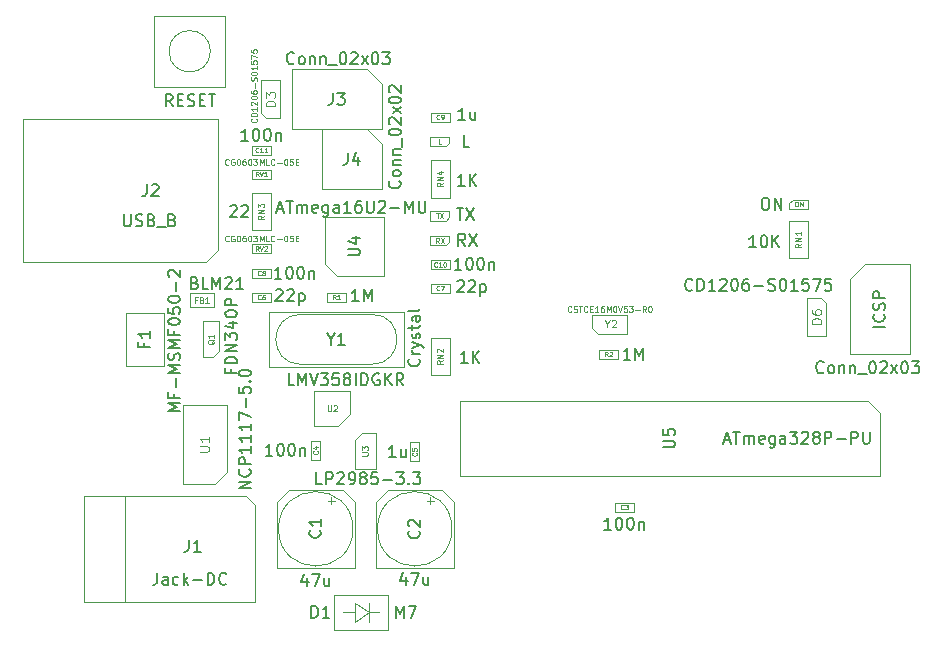
<source format=gbr>
G04 #@! TF.GenerationSoftware,KiCad,Pcbnew,5.0.2-bee76a0~70~ubuntu18.04.1*
G04 #@! TF.CreationDate,2018-12-20T19:54:29+08:00*
G04 #@! TF.ProjectId,arduino-uno,61726475-696e-46f2-9d75-6e6f2e6b6963,rev?*
G04 #@! TF.SameCoordinates,Original*
G04 #@! TF.FileFunction,Other,Fab,Top*
%FSLAX46Y46*%
G04 Gerber Fmt 4.6, Leading zero omitted, Abs format (unit mm)*
G04 Created by KiCad (PCBNEW 5.0.2-bee76a0~70~ubuntu18.04.1) date 2018年12月20日 星期四 19时54分29秒*
%MOMM*%
%LPD*%
G01*
G04 APERTURE LIST*
%ADD10C,0.100000*%
%ADD11C,0.150000*%
%ADD12C,0.060000*%
%ADD13C,0.125000*%
%ADD14C,0.120000*%
%ADD15C,0.080000*%
%ADD16C,0.075000*%
%ADD17C,0.030000*%
G04 APERTURE END LIST*
D10*
G04 #@! TO.C,RESET*
X119098714Y-76581000D02*
G75*
G03X119098714Y-76581000I-1750714J0D01*
G01*
X114348000Y-79581000D02*
X120348000Y-79581000D01*
X114348000Y-73581000D02*
X114348000Y-79581000D01*
X120348000Y-73581000D02*
X114348000Y-73581000D01*
X120348000Y-79581000D02*
X120348000Y-73581000D01*
G04 #@! TO.C,C3*
X154952000Y-115589000D02*
X153352000Y-115589000D01*
X154952000Y-114789000D02*
X154952000Y-115589000D01*
X153352000Y-114789000D02*
X154952000Y-114789000D01*
X153352000Y-115589000D02*
X153352000Y-114789000D01*
G04 #@! TO.C,C4*
X128416000Y-109563000D02*
X128416000Y-111163000D01*
X127616000Y-109563000D02*
X128416000Y-109563000D01*
X127616000Y-111163000D02*
X127616000Y-109563000D01*
X128416000Y-111163000D02*
X127616000Y-111163000D01*
G04 #@! TO.C,C5*
X135998000Y-111290000D02*
X135998000Y-109690000D01*
X136798000Y-111290000D02*
X135998000Y-111290000D01*
X136798000Y-109690000D02*
X136798000Y-111290000D01*
X135998000Y-109690000D02*
X136798000Y-109690000D01*
G04 #@! TO.C,C6*
X122618000Y-97009000D02*
X124218000Y-97009000D01*
X122618000Y-97809000D02*
X122618000Y-97009000D01*
X124218000Y-97809000D02*
X122618000Y-97809000D01*
X124218000Y-97009000D02*
X124218000Y-97809000D01*
G04 #@! TO.C,C7*
X137746000Y-97052000D02*
X137746000Y-96252000D01*
X137746000Y-96252000D02*
X139346000Y-96252000D01*
X139346000Y-96252000D02*
X139346000Y-97052000D01*
X139346000Y-97052000D02*
X137746000Y-97052000D01*
G04 #@! TO.C,C8*
X124218000Y-94977000D02*
X124218000Y-95777000D01*
X124218000Y-95777000D02*
X122618000Y-95777000D01*
X122618000Y-95777000D02*
X122618000Y-94977000D01*
X122618000Y-94977000D02*
X124218000Y-94977000D01*
G04 #@! TO.C,C9*
X137746000Y-82569000D02*
X137746000Y-81769000D01*
X137746000Y-81769000D02*
X139346000Y-81769000D01*
X139346000Y-81769000D02*
X139346000Y-82569000D01*
X139346000Y-82569000D02*
X137746000Y-82569000D01*
G04 #@! TO.C,C10*
X139346000Y-94251500D02*
X139346000Y-95051500D01*
X139346000Y-95051500D02*
X137746000Y-95051500D01*
X137746000Y-95051500D02*
X137746000Y-94251500D01*
X137746000Y-94251500D02*
X139346000Y-94251500D01*
G04 #@! TO.C,C11*
X124218000Y-85363000D02*
X122618000Y-85363000D01*
X124218000Y-84563000D02*
X124218000Y-85363000D01*
X122618000Y-84563000D02*
X124218000Y-84563000D01*
X122618000Y-85363000D02*
X122618000Y-84563000D01*
G04 #@! TO.C,D1*
X129558000Y-122579000D02*
X134158000Y-122579000D01*
X134158000Y-122579000D02*
X134158000Y-125579000D01*
X129558000Y-125579000D02*
X129558000Y-122579000D01*
X129558000Y-125579000D02*
X134158000Y-125579000D01*
X132507440Y-124077980D02*
X133409140Y-124077980D01*
X131356820Y-124077980D02*
X130358600Y-124077980D01*
X132507440Y-124878080D02*
X132507440Y-123277880D01*
X131356820Y-123328680D02*
X131356820Y-124878080D01*
X132507440Y-124077980D02*
X131356820Y-123328680D01*
X132507440Y-124077980D02*
X131356820Y-124878080D01*
G04 #@! TO.C,ON*
X169710000Y-89935000D02*
X169710000Y-89135000D01*
X168110000Y-89935000D02*
X169710000Y-89935000D01*
X168110000Y-89435000D02*
X168110000Y-89935000D01*
X168410000Y-89135000D02*
X168110000Y-89435000D01*
X169710000Y-89135000D02*
X168410000Y-89135000D01*
G04 #@! TO.C,D3*
X125006000Y-79045000D02*
X123406000Y-79045000D01*
X125006000Y-82245000D02*
X125006000Y-79045000D01*
X123806000Y-82245000D02*
X125006000Y-82245000D01*
X123406000Y-81845000D02*
X123806000Y-82245000D01*
X123406000Y-79045000D02*
X123406000Y-81845000D01*
G04 #@! TO.C,TX*
X137726000Y-90930500D02*
X139026000Y-90930500D01*
X139026000Y-90930500D02*
X139326000Y-90630500D01*
X139326000Y-90630500D02*
X139326000Y-90130500D01*
X139326000Y-90130500D02*
X137726000Y-90130500D01*
X137726000Y-90130500D02*
X137726000Y-90930500D01*
G04 #@! TO.C,RX*
X137726000Y-92211000D02*
X137726000Y-93011000D01*
X139326000Y-92211000D02*
X137726000Y-92211000D01*
X139326000Y-92711000D02*
X139326000Y-92211000D01*
X139026000Y-93011000D02*
X139326000Y-92711000D01*
X137726000Y-93011000D02*
X139026000Y-93011000D01*
G04 #@! TO.C,D6*
X171234000Y-100657000D02*
X171234000Y-97857000D01*
X171234000Y-97857000D02*
X170834000Y-97457000D01*
X170834000Y-97457000D02*
X169634000Y-97457000D01*
X169634000Y-97457000D02*
X169634000Y-100657000D01*
X169634000Y-100657000D02*
X171234000Y-100657000D01*
G04 #@! TO.C,L*
X137726000Y-84609500D02*
X139026000Y-84609500D01*
X139026000Y-84609500D02*
X139326000Y-84309500D01*
X139326000Y-84309500D02*
X139326000Y-83809500D01*
X139326000Y-83809500D02*
X137726000Y-83809500D01*
X137726000Y-83809500D02*
X137726000Y-84609500D01*
G04 #@! TO.C,F1*
X115138000Y-103215000D02*
X111938000Y-103215000D01*
X111938000Y-103215000D02*
X111938000Y-98715000D01*
X111938000Y-98715000D02*
X115138000Y-98715000D01*
X115138000Y-98715000D02*
X115138000Y-103215000D01*
G04 #@! TO.C,FB1*
X117364000Y-98263000D02*
X117364000Y-97063000D01*
X117364000Y-97063000D02*
X119364000Y-97063000D01*
X119364000Y-97063000D02*
X119364000Y-98263000D01*
X119364000Y-98263000D02*
X117364000Y-98263000D01*
G04 #@! TO.C,J1*
X122074787Y-114239575D02*
X122878000Y-114995000D01*
X111878000Y-114245000D02*
X111878000Y-123245000D01*
X108378000Y-114245000D02*
X108378000Y-123245000D01*
X108378000Y-123245000D02*
X122878000Y-123245000D01*
X122878000Y-123245000D02*
X122878000Y-114995000D01*
X122078000Y-114245000D02*
X108378000Y-114245000D01*
G04 #@! TO.C,J2*
X118738000Y-94435000D02*
X103238000Y-94435000D01*
X103238000Y-94435000D02*
X103238000Y-82335000D01*
X103238000Y-82335000D02*
X119738000Y-82335000D01*
X119738000Y-82335000D02*
X119738000Y-93435000D01*
X119738000Y-93435000D02*
X118738000Y-94435000D01*
G04 #@! TO.C,J3*
X133604000Y-79375000D02*
X133604000Y-83185000D01*
X133604000Y-83185000D02*
X125984000Y-83185000D01*
X125984000Y-83185000D02*
X125984000Y-78105000D01*
X125984000Y-78105000D02*
X132334000Y-78105000D01*
X132334000Y-78105000D02*
X133604000Y-79375000D01*
G04 #@! TO.C,J4*
X133604000Y-84455000D02*
X133604000Y-88265000D01*
X133604000Y-88265000D02*
X128524000Y-88265000D01*
X128524000Y-88265000D02*
X128524000Y-83185000D01*
X128524000Y-83185000D02*
X132334000Y-83185000D01*
X132334000Y-83185000D02*
X133604000Y-84455000D01*
G04 #@! TO.C,ICSP*
X173228000Y-95885000D02*
X174498000Y-94615000D01*
X173228000Y-102235000D02*
X173228000Y-95885000D01*
X178308000Y-102235000D02*
X173228000Y-102235000D01*
X178308000Y-94615000D02*
X178308000Y-102235000D01*
X174498000Y-94615000D02*
X178308000Y-94615000D01*
G04 #@! TO.C,Q1*
X119848000Y-101915000D02*
X119848000Y-99465000D01*
X119298000Y-102485000D02*
X118448000Y-102485000D01*
X119848000Y-101915000D02*
X119298000Y-102485000D01*
X118448000Y-102485000D02*
X118448000Y-99445000D01*
X119848000Y-99445000D02*
X118448000Y-99445000D01*
G04 #@! TO.C,R1*
X128968000Y-97809000D02*
X128968000Y-97009000D01*
X128968000Y-97009000D02*
X130568000Y-97009000D01*
X130568000Y-97009000D02*
X130568000Y-97809000D01*
X130568000Y-97809000D02*
X128968000Y-97809000D01*
G04 #@! TO.C,R2*
X153608000Y-101835000D02*
X153608000Y-102635000D01*
X153608000Y-102635000D02*
X152008000Y-102635000D01*
X152008000Y-102635000D02*
X152008000Y-101835000D01*
X152008000Y-101835000D02*
X153608000Y-101835000D01*
G04 #@! TO.C,RN1*
X168090000Y-90913000D02*
X169690000Y-90913000D01*
X169690000Y-90913000D02*
X169690000Y-94113000D01*
X169690000Y-94113000D02*
X168090000Y-94113000D01*
X168090000Y-94113000D02*
X168090000Y-90913000D01*
G04 #@! TO.C,RN2*
X137746000Y-100813000D02*
X139346000Y-100813000D01*
X139346000Y-100813000D02*
X139346000Y-104013000D01*
X139346000Y-104013000D02*
X137746000Y-104013000D01*
X137746000Y-104013000D02*
X137746000Y-100813000D01*
G04 #@! TO.C,RN3*
X124218000Y-88545100D02*
X124218000Y-91745100D01*
X122618000Y-88545100D02*
X124218000Y-88545100D01*
X122618000Y-91745100D02*
X122618000Y-88545100D01*
X124218000Y-91745100D02*
X122618000Y-91745100D01*
G04 #@! TO.C,RN4*
X139346000Y-85770000D02*
X139346000Y-88970000D01*
X137746000Y-85770000D02*
X139346000Y-85770000D01*
X137746000Y-88970000D02*
X137746000Y-85770000D01*
X139346000Y-88970000D02*
X137746000Y-88970000D01*
G04 #@! TO.C,RV1*
X124218000Y-87394000D02*
X122618000Y-87394000D01*
X124218000Y-86594000D02*
X124218000Y-87394000D01*
X122618000Y-86594000D02*
X124218000Y-86594000D01*
X122618000Y-87394000D02*
X122618000Y-86594000D01*
G04 #@! TO.C,RV2*
X122618000Y-93696100D02*
X122618000Y-92896100D01*
X122618000Y-92896100D02*
X124218000Y-92896100D01*
X124218000Y-92896100D02*
X124218000Y-93696100D01*
X124218000Y-93696100D02*
X122618000Y-93696100D01*
G04 #@! TO.C,U1*
X120468000Y-112205000D02*
X119468000Y-113205000D01*
X120468000Y-112205000D02*
X120468000Y-106505000D01*
X119468000Y-113205000D02*
X116768000Y-113205000D01*
X120468000Y-106505000D02*
X116768000Y-106505000D01*
X116768000Y-113205000D02*
X116768000Y-106505000D01*
G04 #@! TO.C,U2*
X129913000Y-108307000D02*
X130913000Y-107307000D01*
X129913000Y-108307000D02*
X127913000Y-108307000D01*
X130913000Y-105307000D02*
X130913000Y-107307000D01*
X127913000Y-105307000D02*
X130913000Y-105307000D01*
X127913000Y-108307000D02*
X127913000Y-105307000D01*
G04 #@! TO.C,U3*
X131307000Y-109529000D02*
X131957000Y-108879000D01*
X133107000Y-108879000D02*
X131957000Y-108879000D01*
X131307000Y-109529000D02*
X131307000Y-111979000D01*
X133107000Y-111979000D02*
X131307000Y-111979000D01*
X133107000Y-108879000D02*
X133107000Y-111979000D01*
G04 #@! TO.C,U4*
X128818000Y-94605000D02*
X128818000Y-90605000D01*
X128818000Y-90605000D02*
X133818000Y-90605000D01*
X133818000Y-90605000D02*
X133818000Y-95605000D01*
X133818000Y-95605000D02*
X129818000Y-95605000D01*
X129818000Y-95605000D02*
X128818000Y-94605000D01*
G04 #@! TO.C,U5*
X175768000Y-107172000D02*
X175768000Y-112522000D01*
X175768000Y-112522000D02*
X140208000Y-112522000D01*
X140208000Y-112522000D02*
X140208000Y-106172000D01*
X140208000Y-106172000D02*
X174768000Y-106172000D01*
X174768000Y-106172000D02*
X175768000Y-107172000D01*
G04 #@! TO.C,Y1*
X124068000Y-98615000D02*
X124068000Y-103315000D01*
X124068000Y-103315000D02*
X135468000Y-103315000D01*
X135468000Y-103315000D02*
X135468000Y-98615000D01*
X135468000Y-98615000D02*
X124068000Y-98615000D01*
X126753000Y-98850000D02*
X132783000Y-98850000D01*
X126753000Y-103080000D02*
X132783000Y-103080000D01*
X126753000Y-103080000D02*
G75*
G02X126753000Y-98850000I0J2115000D01*
G01*
X132783000Y-103080000D02*
G75*
G03X132783000Y-98850000I0J2115000D01*
G01*
G04 #@! TO.C,Y2*
X154408000Y-100495000D02*
X154408000Y-98895000D01*
X154408000Y-98895000D02*
X151408000Y-98895000D01*
X151908000Y-100495000D02*
X151408000Y-99995000D01*
X151908000Y-100495000D02*
X154408000Y-100495000D01*
X151408000Y-99995000D02*
X151408000Y-98895000D01*
G04 #@! TO.C,C1*
X129661000Y-114621162D02*
X129031000Y-114621162D01*
X129346000Y-114306162D02*
X129346000Y-114936162D01*
X125716000Y-113711000D02*
X124716000Y-114711000D01*
X130316000Y-113711000D02*
X131316000Y-114711000D01*
X130316000Y-113711000D02*
X125716000Y-113711000D01*
X124716000Y-114711000D02*
X124716000Y-120311000D01*
X131316000Y-114711000D02*
X131316000Y-120311000D01*
X131316000Y-120311000D02*
X124716000Y-120311000D01*
X131166000Y-117011000D02*
G75*
G03X131166000Y-117011000I-3150000J0D01*
G01*
G04 #@! TO.C,C2*
X138043000Y-114621162D02*
X137413000Y-114621162D01*
X137728000Y-114306162D02*
X137728000Y-114936162D01*
X134098000Y-113711000D02*
X133098000Y-114711000D01*
X138698000Y-113711000D02*
X139698000Y-114711000D01*
X138698000Y-113711000D02*
X134098000Y-113711000D01*
X133098000Y-114711000D02*
X133098000Y-120311000D01*
X139698000Y-114711000D02*
X139698000Y-120311000D01*
X139698000Y-120311000D02*
X133098000Y-120311000D01*
X139548000Y-117011000D02*
G75*
G03X139548000Y-117011000I-3150000J0D01*
G01*
G04 #@! TD*
G04 #@! TO.C,RESET*
D11*
X115895619Y-81224380D02*
X115562285Y-80748190D01*
X115324190Y-81224380D02*
X115324190Y-80224380D01*
X115705142Y-80224380D01*
X115800380Y-80272000D01*
X115848000Y-80319619D01*
X115895619Y-80414857D01*
X115895619Y-80557714D01*
X115848000Y-80652952D01*
X115800380Y-80700571D01*
X115705142Y-80748190D01*
X115324190Y-80748190D01*
X116324190Y-80700571D02*
X116657523Y-80700571D01*
X116800380Y-81224380D02*
X116324190Y-81224380D01*
X116324190Y-80224380D01*
X116800380Y-80224380D01*
X117181333Y-81176761D02*
X117324190Y-81224380D01*
X117562285Y-81224380D01*
X117657523Y-81176761D01*
X117705142Y-81129142D01*
X117752761Y-81033904D01*
X117752761Y-80938666D01*
X117705142Y-80843428D01*
X117657523Y-80795809D01*
X117562285Y-80748190D01*
X117371809Y-80700571D01*
X117276571Y-80652952D01*
X117228952Y-80605333D01*
X117181333Y-80510095D01*
X117181333Y-80414857D01*
X117228952Y-80319619D01*
X117276571Y-80272000D01*
X117371809Y-80224380D01*
X117609904Y-80224380D01*
X117752761Y-80272000D01*
X118181333Y-80700571D02*
X118514666Y-80700571D01*
X118657523Y-81224380D02*
X118181333Y-81224380D01*
X118181333Y-80224380D01*
X118657523Y-80224380D01*
X118943238Y-80224380D02*
X119514666Y-80224380D01*
X119228952Y-81224380D02*
X119228952Y-80224380D01*
G04 #@! TO.C,C3*
X153032952Y-117071380D02*
X152461523Y-117071380D01*
X152747238Y-117071380D02*
X152747238Y-116071380D01*
X152652000Y-116214238D01*
X152556761Y-116309476D01*
X152461523Y-116357095D01*
X153652000Y-116071380D02*
X153747238Y-116071380D01*
X153842476Y-116119000D01*
X153890095Y-116166619D01*
X153937714Y-116261857D01*
X153985333Y-116452333D01*
X153985333Y-116690428D01*
X153937714Y-116880904D01*
X153890095Y-116976142D01*
X153842476Y-117023761D01*
X153747238Y-117071380D01*
X153652000Y-117071380D01*
X153556761Y-117023761D01*
X153509142Y-116976142D01*
X153461523Y-116880904D01*
X153413904Y-116690428D01*
X153413904Y-116452333D01*
X153461523Y-116261857D01*
X153509142Y-116166619D01*
X153556761Y-116119000D01*
X153652000Y-116071380D01*
X154604380Y-116071380D02*
X154699619Y-116071380D01*
X154794857Y-116119000D01*
X154842476Y-116166619D01*
X154890095Y-116261857D01*
X154937714Y-116452333D01*
X154937714Y-116690428D01*
X154890095Y-116880904D01*
X154842476Y-116976142D01*
X154794857Y-117023761D01*
X154699619Y-117071380D01*
X154604380Y-117071380D01*
X154509142Y-117023761D01*
X154461523Y-116976142D01*
X154413904Y-116880904D01*
X154366285Y-116690428D01*
X154366285Y-116452333D01*
X154413904Y-116261857D01*
X154461523Y-116166619D01*
X154509142Y-116119000D01*
X154604380Y-116071380D01*
X155366285Y-116404714D02*
X155366285Y-117071380D01*
X155366285Y-116499952D02*
X155413904Y-116452333D01*
X155509142Y-116404714D01*
X155652000Y-116404714D01*
X155747238Y-116452333D01*
X155794857Y-116547571D01*
X155794857Y-117071380D01*
D12*
X154085333Y-115331857D02*
X154066285Y-115350904D01*
X154009142Y-115369952D01*
X153971047Y-115369952D01*
X153913904Y-115350904D01*
X153875809Y-115312809D01*
X153856761Y-115274714D01*
X153837714Y-115198523D01*
X153837714Y-115141380D01*
X153856761Y-115065190D01*
X153875809Y-115027095D01*
X153913904Y-114989000D01*
X153971047Y-114969952D01*
X154009142Y-114969952D01*
X154066285Y-114989000D01*
X154085333Y-115008047D01*
X154218666Y-114969952D02*
X154466285Y-114969952D01*
X154332952Y-115122333D01*
X154390095Y-115122333D01*
X154428190Y-115141380D01*
X154447238Y-115160428D01*
X154466285Y-115198523D01*
X154466285Y-115293761D01*
X154447238Y-115331857D01*
X154428190Y-115350904D01*
X154390095Y-115369952D01*
X154275809Y-115369952D01*
X154237714Y-115350904D01*
X154218666Y-115331857D01*
G04 #@! TO.C,C4*
D11*
X124356952Y-110815380D02*
X123785523Y-110815380D01*
X124071238Y-110815380D02*
X124071238Y-109815380D01*
X123976000Y-109958238D01*
X123880761Y-110053476D01*
X123785523Y-110101095D01*
X124976000Y-109815380D02*
X125071238Y-109815380D01*
X125166476Y-109863000D01*
X125214095Y-109910619D01*
X125261714Y-110005857D01*
X125309333Y-110196333D01*
X125309333Y-110434428D01*
X125261714Y-110624904D01*
X125214095Y-110720142D01*
X125166476Y-110767761D01*
X125071238Y-110815380D01*
X124976000Y-110815380D01*
X124880761Y-110767761D01*
X124833142Y-110720142D01*
X124785523Y-110624904D01*
X124737904Y-110434428D01*
X124737904Y-110196333D01*
X124785523Y-110005857D01*
X124833142Y-109910619D01*
X124880761Y-109863000D01*
X124976000Y-109815380D01*
X125928380Y-109815380D02*
X126023619Y-109815380D01*
X126118857Y-109863000D01*
X126166476Y-109910619D01*
X126214095Y-110005857D01*
X126261714Y-110196333D01*
X126261714Y-110434428D01*
X126214095Y-110624904D01*
X126166476Y-110720142D01*
X126118857Y-110767761D01*
X126023619Y-110815380D01*
X125928380Y-110815380D01*
X125833142Y-110767761D01*
X125785523Y-110720142D01*
X125737904Y-110624904D01*
X125690285Y-110434428D01*
X125690285Y-110196333D01*
X125737904Y-110005857D01*
X125785523Y-109910619D01*
X125833142Y-109863000D01*
X125928380Y-109815380D01*
X126690285Y-110148714D02*
X126690285Y-110815380D01*
X126690285Y-110243952D02*
X126737904Y-110196333D01*
X126833142Y-110148714D01*
X126976000Y-110148714D01*
X127071238Y-110196333D01*
X127118857Y-110291571D01*
X127118857Y-110815380D01*
D12*
X128158857Y-110429666D02*
X128177904Y-110448714D01*
X128196952Y-110505857D01*
X128196952Y-110543952D01*
X128177904Y-110601095D01*
X128139809Y-110639190D01*
X128101714Y-110658238D01*
X128025523Y-110677285D01*
X127968380Y-110677285D01*
X127892190Y-110658238D01*
X127854095Y-110639190D01*
X127816000Y-110601095D01*
X127796952Y-110543952D01*
X127796952Y-110505857D01*
X127816000Y-110448714D01*
X127835047Y-110429666D01*
X127930285Y-110086809D02*
X128196952Y-110086809D01*
X127777904Y-110182047D02*
X128063619Y-110277285D01*
X128063619Y-110029666D01*
G04 #@! TO.C,C5*
D11*
X134801333Y-110942380D02*
X134229904Y-110942380D01*
X134515619Y-110942380D02*
X134515619Y-109942380D01*
X134420380Y-110085238D01*
X134325142Y-110180476D01*
X134229904Y-110228095D01*
X135658476Y-110275714D02*
X135658476Y-110942380D01*
X135229904Y-110275714D02*
X135229904Y-110799523D01*
X135277523Y-110894761D01*
X135372761Y-110942380D01*
X135515619Y-110942380D01*
X135610857Y-110894761D01*
X135658476Y-110847142D01*
D12*
X136540857Y-110556666D02*
X136559904Y-110575714D01*
X136578952Y-110632857D01*
X136578952Y-110670952D01*
X136559904Y-110728095D01*
X136521809Y-110766190D01*
X136483714Y-110785238D01*
X136407523Y-110804285D01*
X136350380Y-110804285D01*
X136274190Y-110785238D01*
X136236095Y-110766190D01*
X136198000Y-110728095D01*
X136178952Y-110670952D01*
X136178952Y-110632857D01*
X136198000Y-110575714D01*
X136217047Y-110556666D01*
X136178952Y-110194761D02*
X136178952Y-110385238D01*
X136369428Y-110404285D01*
X136350380Y-110385238D01*
X136331333Y-110347142D01*
X136331333Y-110251904D01*
X136350380Y-110213809D01*
X136369428Y-110194761D01*
X136407523Y-110175714D01*
X136502761Y-110175714D01*
X136540857Y-110194761D01*
X136559904Y-110213809D01*
X136578952Y-110251904D01*
X136578952Y-110347142D01*
X136559904Y-110385238D01*
X136540857Y-110404285D01*
G04 #@! TO.C,C6*
D11*
X124642714Y-96829619D02*
X124690333Y-96782000D01*
X124785571Y-96734380D01*
X125023666Y-96734380D01*
X125118904Y-96782000D01*
X125166523Y-96829619D01*
X125214142Y-96924857D01*
X125214142Y-97020095D01*
X125166523Y-97162952D01*
X124595095Y-97734380D01*
X125214142Y-97734380D01*
X125595095Y-96829619D02*
X125642714Y-96782000D01*
X125737952Y-96734380D01*
X125976047Y-96734380D01*
X126071285Y-96782000D01*
X126118904Y-96829619D01*
X126166523Y-96924857D01*
X126166523Y-97020095D01*
X126118904Y-97162952D01*
X125547476Y-97734380D01*
X126166523Y-97734380D01*
X126595095Y-97067714D02*
X126595095Y-98067714D01*
X126595095Y-97115333D02*
X126690333Y-97067714D01*
X126880809Y-97067714D01*
X126976047Y-97115333D01*
X127023666Y-97162952D01*
X127071285Y-97258190D01*
X127071285Y-97543904D01*
X127023666Y-97639142D01*
X126976047Y-97686761D01*
X126880809Y-97734380D01*
X126690333Y-97734380D01*
X126595095Y-97686761D01*
D12*
X123351333Y-97551857D02*
X123332285Y-97570904D01*
X123275142Y-97589952D01*
X123237047Y-97589952D01*
X123179904Y-97570904D01*
X123141809Y-97532809D01*
X123122761Y-97494714D01*
X123103714Y-97418523D01*
X123103714Y-97361380D01*
X123122761Y-97285190D01*
X123141809Y-97247095D01*
X123179904Y-97209000D01*
X123237047Y-97189952D01*
X123275142Y-97189952D01*
X123332285Y-97209000D01*
X123351333Y-97228047D01*
X123694190Y-97189952D02*
X123618000Y-97189952D01*
X123579904Y-97209000D01*
X123560857Y-97228047D01*
X123522761Y-97285190D01*
X123503714Y-97361380D01*
X123503714Y-97513761D01*
X123522761Y-97551857D01*
X123541809Y-97570904D01*
X123579904Y-97589952D01*
X123656095Y-97589952D01*
X123694190Y-97570904D01*
X123713238Y-97551857D01*
X123732285Y-97513761D01*
X123732285Y-97418523D01*
X123713238Y-97380428D01*
X123694190Y-97361380D01*
X123656095Y-97342333D01*
X123579904Y-97342333D01*
X123541809Y-97361380D01*
X123522761Y-97380428D01*
X123503714Y-97418523D01*
G04 #@! TO.C,C7*
D11*
X140009714Y-96067619D02*
X140057333Y-96020000D01*
X140152571Y-95972380D01*
X140390666Y-95972380D01*
X140485904Y-96020000D01*
X140533523Y-96067619D01*
X140581142Y-96162857D01*
X140581142Y-96258095D01*
X140533523Y-96400952D01*
X139962095Y-96972380D01*
X140581142Y-96972380D01*
X140962095Y-96067619D02*
X141009714Y-96020000D01*
X141104952Y-95972380D01*
X141343047Y-95972380D01*
X141438285Y-96020000D01*
X141485904Y-96067619D01*
X141533523Y-96162857D01*
X141533523Y-96258095D01*
X141485904Y-96400952D01*
X140914476Y-96972380D01*
X141533523Y-96972380D01*
X141962095Y-96305714D02*
X141962095Y-97305714D01*
X141962095Y-96353333D02*
X142057333Y-96305714D01*
X142247809Y-96305714D01*
X142343047Y-96353333D01*
X142390666Y-96400952D01*
X142438285Y-96496190D01*
X142438285Y-96781904D01*
X142390666Y-96877142D01*
X142343047Y-96924761D01*
X142247809Y-96972380D01*
X142057333Y-96972380D01*
X141962095Y-96924761D01*
D12*
X138479333Y-96794857D02*
X138460285Y-96813904D01*
X138403142Y-96832952D01*
X138365047Y-96832952D01*
X138307904Y-96813904D01*
X138269809Y-96775809D01*
X138250761Y-96737714D01*
X138231714Y-96661523D01*
X138231714Y-96604380D01*
X138250761Y-96528190D01*
X138269809Y-96490095D01*
X138307904Y-96452000D01*
X138365047Y-96432952D01*
X138403142Y-96432952D01*
X138460285Y-96452000D01*
X138479333Y-96471047D01*
X138612666Y-96432952D02*
X138879333Y-96432952D01*
X138707904Y-96832952D01*
G04 #@! TO.C,C8*
D11*
X125118952Y-95829380D02*
X124547523Y-95829380D01*
X124833238Y-95829380D02*
X124833238Y-94829380D01*
X124738000Y-94972238D01*
X124642761Y-95067476D01*
X124547523Y-95115095D01*
X125738000Y-94829380D02*
X125833238Y-94829380D01*
X125928476Y-94877000D01*
X125976095Y-94924619D01*
X126023714Y-95019857D01*
X126071333Y-95210333D01*
X126071333Y-95448428D01*
X126023714Y-95638904D01*
X125976095Y-95734142D01*
X125928476Y-95781761D01*
X125833238Y-95829380D01*
X125738000Y-95829380D01*
X125642761Y-95781761D01*
X125595142Y-95734142D01*
X125547523Y-95638904D01*
X125499904Y-95448428D01*
X125499904Y-95210333D01*
X125547523Y-95019857D01*
X125595142Y-94924619D01*
X125642761Y-94877000D01*
X125738000Y-94829380D01*
X126690380Y-94829380D02*
X126785619Y-94829380D01*
X126880857Y-94877000D01*
X126928476Y-94924619D01*
X126976095Y-95019857D01*
X127023714Y-95210333D01*
X127023714Y-95448428D01*
X126976095Y-95638904D01*
X126928476Y-95734142D01*
X126880857Y-95781761D01*
X126785619Y-95829380D01*
X126690380Y-95829380D01*
X126595142Y-95781761D01*
X126547523Y-95734142D01*
X126499904Y-95638904D01*
X126452285Y-95448428D01*
X126452285Y-95210333D01*
X126499904Y-95019857D01*
X126547523Y-94924619D01*
X126595142Y-94877000D01*
X126690380Y-94829380D01*
X127452285Y-95162714D02*
X127452285Y-95829380D01*
X127452285Y-95257952D02*
X127499904Y-95210333D01*
X127595142Y-95162714D01*
X127738000Y-95162714D01*
X127833238Y-95210333D01*
X127880857Y-95305571D01*
X127880857Y-95829380D01*
D12*
X123351333Y-95519857D02*
X123332285Y-95538904D01*
X123275142Y-95557952D01*
X123237047Y-95557952D01*
X123179904Y-95538904D01*
X123141809Y-95500809D01*
X123122761Y-95462714D01*
X123103714Y-95386523D01*
X123103714Y-95329380D01*
X123122761Y-95253190D01*
X123141809Y-95215095D01*
X123179904Y-95177000D01*
X123237047Y-95157952D01*
X123275142Y-95157952D01*
X123332285Y-95177000D01*
X123351333Y-95196047D01*
X123579904Y-95329380D02*
X123541809Y-95310333D01*
X123522761Y-95291285D01*
X123503714Y-95253190D01*
X123503714Y-95234142D01*
X123522761Y-95196047D01*
X123541809Y-95177000D01*
X123579904Y-95157952D01*
X123656095Y-95157952D01*
X123694190Y-95177000D01*
X123713238Y-95196047D01*
X123732285Y-95234142D01*
X123732285Y-95253190D01*
X123713238Y-95291285D01*
X123694190Y-95310333D01*
X123656095Y-95329380D01*
X123579904Y-95329380D01*
X123541809Y-95348428D01*
X123522761Y-95367476D01*
X123503714Y-95405571D01*
X123503714Y-95481761D01*
X123522761Y-95519857D01*
X123541809Y-95538904D01*
X123579904Y-95557952D01*
X123656095Y-95557952D01*
X123694190Y-95538904D01*
X123713238Y-95519857D01*
X123732285Y-95481761D01*
X123732285Y-95405571D01*
X123713238Y-95367476D01*
X123694190Y-95348428D01*
X123656095Y-95329380D01*
G04 #@! TO.C,C9*
D11*
X140676333Y-82367380D02*
X140104904Y-82367380D01*
X140390619Y-82367380D02*
X140390619Y-81367380D01*
X140295380Y-81510238D01*
X140200142Y-81605476D01*
X140104904Y-81653095D01*
X141533476Y-81700714D02*
X141533476Y-82367380D01*
X141104904Y-81700714D02*
X141104904Y-82224523D01*
X141152523Y-82319761D01*
X141247761Y-82367380D01*
X141390619Y-82367380D01*
X141485857Y-82319761D01*
X141533476Y-82272142D01*
D12*
X138479333Y-82311857D02*
X138460285Y-82330904D01*
X138403142Y-82349952D01*
X138365047Y-82349952D01*
X138307904Y-82330904D01*
X138269809Y-82292809D01*
X138250761Y-82254714D01*
X138231714Y-82178523D01*
X138231714Y-82121380D01*
X138250761Y-82045190D01*
X138269809Y-82007095D01*
X138307904Y-81969000D01*
X138365047Y-81949952D01*
X138403142Y-81949952D01*
X138460285Y-81969000D01*
X138479333Y-81988047D01*
X138669809Y-82349952D02*
X138746000Y-82349952D01*
X138784095Y-82330904D01*
X138803142Y-82311857D01*
X138841238Y-82254714D01*
X138860285Y-82178523D01*
X138860285Y-82026142D01*
X138841238Y-81988047D01*
X138822190Y-81969000D01*
X138784095Y-81949952D01*
X138707904Y-81949952D01*
X138669809Y-81969000D01*
X138650761Y-81988047D01*
X138631714Y-82026142D01*
X138631714Y-82121380D01*
X138650761Y-82159476D01*
X138669809Y-82178523D01*
X138707904Y-82197571D01*
X138784095Y-82197571D01*
X138822190Y-82178523D01*
X138841238Y-82159476D01*
X138860285Y-82121380D01*
G04 #@! TO.C,C10*
D11*
X140358952Y-95067380D02*
X139787523Y-95067380D01*
X140073238Y-95067380D02*
X140073238Y-94067380D01*
X139978000Y-94210238D01*
X139882761Y-94305476D01*
X139787523Y-94353095D01*
X140978000Y-94067380D02*
X141073238Y-94067380D01*
X141168476Y-94115000D01*
X141216095Y-94162619D01*
X141263714Y-94257857D01*
X141311333Y-94448333D01*
X141311333Y-94686428D01*
X141263714Y-94876904D01*
X141216095Y-94972142D01*
X141168476Y-95019761D01*
X141073238Y-95067380D01*
X140978000Y-95067380D01*
X140882761Y-95019761D01*
X140835142Y-94972142D01*
X140787523Y-94876904D01*
X140739904Y-94686428D01*
X140739904Y-94448333D01*
X140787523Y-94257857D01*
X140835142Y-94162619D01*
X140882761Y-94115000D01*
X140978000Y-94067380D01*
X141930380Y-94067380D02*
X142025619Y-94067380D01*
X142120857Y-94115000D01*
X142168476Y-94162619D01*
X142216095Y-94257857D01*
X142263714Y-94448333D01*
X142263714Y-94686428D01*
X142216095Y-94876904D01*
X142168476Y-94972142D01*
X142120857Y-95019761D01*
X142025619Y-95067380D01*
X141930380Y-95067380D01*
X141835142Y-95019761D01*
X141787523Y-94972142D01*
X141739904Y-94876904D01*
X141692285Y-94686428D01*
X141692285Y-94448333D01*
X141739904Y-94257857D01*
X141787523Y-94162619D01*
X141835142Y-94115000D01*
X141930380Y-94067380D01*
X142692285Y-94400714D02*
X142692285Y-95067380D01*
X142692285Y-94495952D02*
X142739904Y-94448333D01*
X142835142Y-94400714D01*
X142978000Y-94400714D01*
X143073238Y-94448333D01*
X143120857Y-94543571D01*
X143120857Y-95067380D01*
D12*
X138288857Y-94794357D02*
X138269809Y-94813404D01*
X138212666Y-94832452D01*
X138174571Y-94832452D01*
X138117428Y-94813404D01*
X138079333Y-94775309D01*
X138060285Y-94737214D01*
X138041238Y-94661023D01*
X138041238Y-94603880D01*
X138060285Y-94527690D01*
X138079333Y-94489595D01*
X138117428Y-94451500D01*
X138174571Y-94432452D01*
X138212666Y-94432452D01*
X138269809Y-94451500D01*
X138288857Y-94470547D01*
X138669809Y-94832452D02*
X138441238Y-94832452D01*
X138555523Y-94832452D02*
X138555523Y-94432452D01*
X138517428Y-94489595D01*
X138479333Y-94527690D01*
X138441238Y-94546738D01*
X138917428Y-94432452D02*
X138955523Y-94432452D01*
X138993619Y-94451500D01*
X139012666Y-94470547D01*
X139031714Y-94508642D01*
X139050761Y-94584833D01*
X139050761Y-94680071D01*
X139031714Y-94756261D01*
X139012666Y-94794357D01*
X138993619Y-94813404D01*
X138955523Y-94832452D01*
X138917428Y-94832452D01*
X138879333Y-94813404D01*
X138860285Y-94794357D01*
X138841238Y-94756261D01*
X138822190Y-94680071D01*
X138822190Y-94584833D01*
X138841238Y-94508642D01*
X138860285Y-94470547D01*
X138879333Y-94451500D01*
X138917428Y-94432452D01*
G04 #@! TO.C,C11*
D11*
X122298952Y-84145380D02*
X121727523Y-84145380D01*
X122013238Y-84145380D02*
X122013238Y-83145380D01*
X121918000Y-83288238D01*
X121822761Y-83383476D01*
X121727523Y-83431095D01*
X122918000Y-83145380D02*
X123013238Y-83145380D01*
X123108476Y-83193000D01*
X123156095Y-83240619D01*
X123203714Y-83335857D01*
X123251333Y-83526333D01*
X123251333Y-83764428D01*
X123203714Y-83954904D01*
X123156095Y-84050142D01*
X123108476Y-84097761D01*
X123013238Y-84145380D01*
X122918000Y-84145380D01*
X122822761Y-84097761D01*
X122775142Y-84050142D01*
X122727523Y-83954904D01*
X122679904Y-83764428D01*
X122679904Y-83526333D01*
X122727523Y-83335857D01*
X122775142Y-83240619D01*
X122822761Y-83193000D01*
X122918000Y-83145380D01*
X123870380Y-83145380D02*
X123965619Y-83145380D01*
X124060857Y-83193000D01*
X124108476Y-83240619D01*
X124156095Y-83335857D01*
X124203714Y-83526333D01*
X124203714Y-83764428D01*
X124156095Y-83954904D01*
X124108476Y-84050142D01*
X124060857Y-84097761D01*
X123965619Y-84145380D01*
X123870380Y-84145380D01*
X123775142Y-84097761D01*
X123727523Y-84050142D01*
X123679904Y-83954904D01*
X123632285Y-83764428D01*
X123632285Y-83526333D01*
X123679904Y-83335857D01*
X123727523Y-83240619D01*
X123775142Y-83193000D01*
X123870380Y-83145380D01*
X124632285Y-83478714D02*
X124632285Y-84145380D01*
X124632285Y-83573952D02*
X124679904Y-83526333D01*
X124775142Y-83478714D01*
X124918000Y-83478714D01*
X125013238Y-83526333D01*
X125060857Y-83621571D01*
X125060857Y-84145380D01*
D12*
X123160857Y-85105857D02*
X123141809Y-85124904D01*
X123084666Y-85143952D01*
X123046571Y-85143952D01*
X122989428Y-85124904D01*
X122951333Y-85086809D01*
X122932285Y-85048714D01*
X122913238Y-84972523D01*
X122913238Y-84915380D01*
X122932285Y-84839190D01*
X122951333Y-84801095D01*
X122989428Y-84763000D01*
X123046571Y-84743952D01*
X123084666Y-84743952D01*
X123141809Y-84763000D01*
X123160857Y-84782047D01*
X123541809Y-85143952D02*
X123313238Y-85143952D01*
X123427523Y-85143952D02*
X123427523Y-84743952D01*
X123389428Y-84801095D01*
X123351333Y-84839190D01*
X123313238Y-84858238D01*
X123922761Y-85143952D02*
X123694190Y-85143952D01*
X123808476Y-85143952D02*
X123808476Y-84743952D01*
X123770380Y-84801095D01*
X123732285Y-84839190D01*
X123694190Y-84858238D01*
G04 #@! TO.C,D1*
D11*
X134826476Y-124531380D02*
X134826476Y-123531380D01*
X135159809Y-124245666D01*
X135493142Y-123531380D01*
X135493142Y-124531380D01*
X135874095Y-123531380D02*
X136540761Y-123531380D01*
X136112190Y-124531380D01*
X127658904Y-124531380D02*
X127658904Y-123531380D01*
X127897000Y-123531380D01*
X128039857Y-123579000D01*
X128135095Y-123674238D01*
X128182714Y-123769476D01*
X128230333Y-123959952D01*
X128230333Y-124102809D01*
X128182714Y-124293285D01*
X128135095Y-124388523D01*
X128039857Y-124483761D01*
X127897000Y-124531380D01*
X127658904Y-124531380D01*
X129182714Y-124531380D02*
X128611285Y-124531380D01*
X128897000Y-124531380D02*
X128897000Y-123531380D01*
X128801761Y-123674238D01*
X128706523Y-123769476D01*
X128611285Y-123817095D01*
G04 #@! TO.C,ON*
X166004952Y-88987380D02*
X166195428Y-88987380D01*
X166290666Y-89035000D01*
X166385904Y-89130238D01*
X166433523Y-89320714D01*
X166433523Y-89654047D01*
X166385904Y-89844523D01*
X166290666Y-89939761D01*
X166195428Y-89987380D01*
X166004952Y-89987380D01*
X165909714Y-89939761D01*
X165814476Y-89844523D01*
X165766857Y-89654047D01*
X165766857Y-89320714D01*
X165814476Y-89130238D01*
X165909714Y-89035000D01*
X166004952Y-88987380D01*
X166862095Y-89987380D02*
X166862095Y-88987380D01*
X167433523Y-89987380D01*
X167433523Y-88987380D01*
D12*
X168662380Y-89315952D02*
X168738571Y-89315952D01*
X168776666Y-89335000D01*
X168814761Y-89373095D01*
X168833809Y-89449285D01*
X168833809Y-89582619D01*
X168814761Y-89658809D01*
X168776666Y-89696904D01*
X168738571Y-89715952D01*
X168662380Y-89715952D01*
X168624285Y-89696904D01*
X168586190Y-89658809D01*
X168567142Y-89582619D01*
X168567142Y-89449285D01*
X168586190Y-89373095D01*
X168624285Y-89335000D01*
X168662380Y-89315952D01*
X169005238Y-89715952D02*
X169005238Y-89315952D01*
X169233809Y-89715952D01*
X169233809Y-89315952D01*
G04 #@! TO.C,D3*
D13*
X122987571Y-82287714D02*
X123011380Y-82311523D01*
X123035190Y-82382952D01*
X123035190Y-82430571D01*
X123011380Y-82502000D01*
X122963761Y-82549619D01*
X122916142Y-82573428D01*
X122820904Y-82597238D01*
X122749476Y-82597238D01*
X122654238Y-82573428D01*
X122606619Y-82549619D01*
X122559000Y-82502000D01*
X122535190Y-82430571D01*
X122535190Y-82382952D01*
X122559000Y-82311523D01*
X122582809Y-82287714D01*
X123035190Y-82073428D02*
X122535190Y-82073428D01*
X122535190Y-81954380D01*
X122559000Y-81882952D01*
X122606619Y-81835333D01*
X122654238Y-81811523D01*
X122749476Y-81787714D01*
X122820904Y-81787714D01*
X122916142Y-81811523D01*
X122963761Y-81835333D01*
X123011380Y-81882952D01*
X123035190Y-81954380D01*
X123035190Y-82073428D01*
X123035190Y-81311523D02*
X123035190Y-81597238D01*
X123035190Y-81454380D02*
X122535190Y-81454380D01*
X122606619Y-81502000D01*
X122654238Y-81549619D01*
X122678047Y-81597238D01*
X122582809Y-81121047D02*
X122559000Y-81097238D01*
X122535190Y-81049619D01*
X122535190Y-80930571D01*
X122559000Y-80882952D01*
X122582809Y-80859142D01*
X122630428Y-80835333D01*
X122678047Y-80835333D01*
X122749476Y-80859142D01*
X123035190Y-81144857D01*
X123035190Y-80835333D01*
X122535190Y-80525809D02*
X122535190Y-80478190D01*
X122559000Y-80430571D01*
X122582809Y-80406761D01*
X122630428Y-80382952D01*
X122725666Y-80359142D01*
X122844714Y-80359142D01*
X122939952Y-80382952D01*
X122987571Y-80406761D01*
X123011380Y-80430571D01*
X123035190Y-80478190D01*
X123035190Y-80525809D01*
X123011380Y-80573428D01*
X122987571Y-80597238D01*
X122939952Y-80621047D01*
X122844714Y-80644857D01*
X122725666Y-80644857D01*
X122630428Y-80621047D01*
X122582809Y-80597238D01*
X122559000Y-80573428D01*
X122535190Y-80525809D01*
X122535190Y-79930571D02*
X122535190Y-80025809D01*
X122559000Y-80073428D01*
X122582809Y-80097238D01*
X122654238Y-80144857D01*
X122749476Y-80168666D01*
X122939952Y-80168666D01*
X122987571Y-80144857D01*
X123011380Y-80121047D01*
X123035190Y-80073428D01*
X123035190Y-79978190D01*
X123011380Y-79930571D01*
X122987571Y-79906761D01*
X122939952Y-79882952D01*
X122820904Y-79882952D01*
X122773285Y-79906761D01*
X122749476Y-79930571D01*
X122725666Y-79978190D01*
X122725666Y-80073428D01*
X122749476Y-80121047D01*
X122773285Y-80144857D01*
X122820904Y-80168666D01*
X122844714Y-79668666D02*
X122844714Y-79287714D01*
X123011380Y-79073428D02*
X123035190Y-79002000D01*
X123035190Y-78882952D01*
X123011380Y-78835333D01*
X122987571Y-78811523D01*
X122939952Y-78787714D01*
X122892333Y-78787714D01*
X122844714Y-78811523D01*
X122820904Y-78835333D01*
X122797095Y-78882952D01*
X122773285Y-78978190D01*
X122749476Y-79025809D01*
X122725666Y-79049619D01*
X122678047Y-79073428D01*
X122630428Y-79073428D01*
X122582809Y-79049619D01*
X122559000Y-79025809D01*
X122535190Y-78978190D01*
X122535190Y-78859142D01*
X122559000Y-78787714D01*
X122535190Y-78478190D02*
X122535190Y-78430571D01*
X122559000Y-78382952D01*
X122582809Y-78359142D01*
X122630428Y-78335333D01*
X122725666Y-78311523D01*
X122844714Y-78311523D01*
X122939952Y-78335333D01*
X122987571Y-78359142D01*
X123011380Y-78382952D01*
X123035190Y-78430571D01*
X123035190Y-78478190D01*
X123011380Y-78525809D01*
X122987571Y-78549619D01*
X122939952Y-78573428D01*
X122844714Y-78597238D01*
X122725666Y-78597238D01*
X122630428Y-78573428D01*
X122582809Y-78549619D01*
X122559000Y-78525809D01*
X122535190Y-78478190D01*
X123035190Y-77835333D02*
X123035190Y-78121047D01*
X123035190Y-77978190D02*
X122535190Y-77978190D01*
X122606619Y-78025809D01*
X122654238Y-78073428D01*
X122678047Y-78121047D01*
X122535190Y-77382952D02*
X122535190Y-77621047D01*
X122773285Y-77644857D01*
X122749476Y-77621047D01*
X122725666Y-77573428D01*
X122725666Y-77454380D01*
X122749476Y-77406761D01*
X122773285Y-77382952D01*
X122820904Y-77359142D01*
X122939952Y-77359142D01*
X122987571Y-77382952D01*
X123011380Y-77406761D01*
X123035190Y-77454380D01*
X123035190Y-77573428D01*
X123011380Y-77621047D01*
X122987571Y-77644857D01*
X122535190Y-77192476D02*
X122535190Y-76859142D01*
X123035190Y-77073428D01*
X122535190Y-76430571D02*
X122535190Y-76668666D01*
X122773285Y-76692476D01*
X122749476Y-76668666D01*
X122725666Y-76621047D01*
X122725666Y-76502000D01*
X122749476Y-76454380D01*
X122773285Y-76430571D01*
X122820904Y-76406761D01*
X122939952Y-76406761D01*
X122987571Y-76430571D01*
X123011380Y-76454380D01*
X123035190Y-76502000D01*
X123035190Y-76621047D01*
X123011380Y-76668666D01*
X122987571Y-76692476D01*
D14*
X124567904Y-81235476D02*
X123767904Y-81235476D01*
X123767904Y-81045000D01*
X123806000Y-80930714D01*
X123882190Y-80854523D01*
X123958380Y-80816428D01*
X124110761Y-80778333D01*
X124225047Y-80778333D01*
X124377428Y-80816428D01*
X124453619Y-80854523D01*
X124529809Y-80930714D01*
X124567904Y-81045000D01*
X124567904Y-81235476D01*
X123767904Y-80511666D02*
X123767904Y-80016428D01*
X124072666Y-80283095D01*
X124072666Y-80168809D01*
X124110761Y-80092619D01*
X124148857Y-80054523D01*
X124225047Y-80016428D01*
X124415523Y-80016428D01*
X124491714Y-80054523D01*
X124529809Y-80092619D01*
X124567904Y-80168809D01*
X124567904Y-80397380D01*
X124529809Y-80473571D01*
X124491714Y-80511666D01*
G04 #@! TO.C,TX*
D11*
X139954095Y-89876380D02*
X140525523Y-89876380D01*
X140239809Y-90876380D02*
X140239809Y-89876380D01*
X140763619Y-89876380D02*
X141430285Y-90876380D01*
X141430285Y-89876380D02*
X140763619Y-90876380D01*
D12*
X138221238Y-90311452D02*
X138449809Y-90311452D01*
X138335523Y-90711452D02*
X138335523Y-90311452D01*
X138545047Y-90311452D02*
X138811714Y-90711452D01*
X138811714Y-90311452D02*
X138545047Y-90711452D01*
G04 #@! TO.C,RX*
D11*
X140676333Y-93035380D02*
X140343000Y-92559190D01*
X140104904Y-93035380D02*
X140104904Y-92035380D01*
X140485857Y-92035380D01*
X140581095Y-92083000D01*
X140628714Y-92130619D01*
X140676333Y-92225857D01*
X140676333Y-92368714D01*
X140628714Y-92463952D01*
X140581095Y-92511571D01*
X140485857Y-92559190D01*
X140104904Y-92559190D01*
X141009666Y-92035380D02*
X141676333Y-93035380D01*
X141676333Y-92035380D02*
X141009666Y-93035380D01*
D12*
X138459333Y-92791952D02*
X138326000Y-92601476D01*
X138230761Y-92791952D02*
X138230761Y-92391952D01*
X138383142Y-92391952D01*
X138421238Y-92411000D01*
X138440285Y-92430047D01*
X138459333Y-92468142D01*
X138459333Y-92525285D01*
X138440285Y-92563380D01*
X138421238Y-92582428D01*
X138383142Y-92601476D01*
X138230761Y-92601476D01*
X138592666Y-92391952D02*
X138859333Y-92791952D01*
X138859333Y-92391952D02*
X138592666Y-92791952D01*
G04 #@! TO.C,D6*
D11*
X159909571Y-96750142D02*
X159861952Y-96797761D01*
X159719095Y-96845380D01*
X159623857Y-96845380D01*
X159481000Y-96797761D01*
X159385761Y-96702523D01*
X159338142Y-96607285D01*
X159290523Y-96416809D01*
X159290523Y-96273952D01*
X159338142Y-96083476D01*
X159385761Y-95988238D01*
X159481000Y-95893000D01*
X159623857Y-95845380D01*
X159719095Y-95845380D01*
X159861952Y-95893000D01*
X159909571Y-95940619D01*
X160338142Y-96845380D02*
X160338142Y-95845380D01*
X160576238Y-95845380D01*
X160719095Y-95893000D01*
X160814333Y-95988238D01*
X160861952Y-96083476D01*
X160909571Y-96273952D01*
X160909571Y-96416809D01*
X160861952Y-96607285D01*
X160814333Y-96702523D01*
X160719095Y-96797761D01*
X160576238Y-96845380D01*
X160338142Y-96845380D01*
X161861952Y-96845380D02*
X161290523Y-96845380D01*
X161576238Y-96845380D02*
X161576238Y-95845380D01*
X161481000Y-95988238D01*
X161385761Y-96083476D01*
X161290523Y-96131095D01*
X162242904Y-95940619D02*
X162290523Y-95893000D01*
X162385761Y-95845380D01*
X162623857Y-95845380D01*
X162719095Y-95893000D01*
X162766714Y-95940619D01*
X162814333Y-96035857D01*
X162814333Y-96131095D01*
X162766714Y-96273952D01*
X162195285Y-96845380D01*
X162814333Y-96845380D01*
X163433380Y-95845380D02*
X163528619Y-95845380D01*
X163623857Y-95893000D01*
X163671476Y-95940619D01*
X163719095Y-96035857D01*
X163766714Y-96226333D01*
X163766714Y-96464428D01*
X163719095Y-96654904D01*
X163671476Y-96750142D01*
X163623857Y-96797761D01*
X163528619Y-96845380D01*
X163433380Y-96845380D01*
X163338142Y-96797761D01*
X163290523Y-96750142D01*
X163242904Y-96654904D01*
X163195285Y-96464428D01*
X163195285Y-96226333D01*
X163242904Y-96035857D01*
X163290523Y-95940619D01*
X163338142Y-95893000D01*
X163433380Y-95845380D01*
X164623857Y-95845380D02*
X164433380Y-95845380D01*
X164338142Y-95893000D01*
X164290523Y-95940619D01*
X164195285Y-96083476D01*
X164147666Y-96273952D01*
X164147666Y-96654904D01*
X164195285Y-96750142D01*
X164242904Y-96797761D01*
X164338142Y-96845380D01*
X164528619Y-96845380D01*
X164623857Y-96797761D01*
X164671476Y-96750142D01*
X164719095Y-96654904D01*
X164719095Y-96416809D01*
X164671476Y-96321571D01*
X164623857Y-96273952D01*
X164528619Y-96226333D01*
X164338142Y-96226333D01*
X164242904Y-96273952D01*
X164195285Y-96321571D01*
X164147666Y-96416809D01*
X165147666Y-96464428D02*
X165909571Y-96464428D01*
X166338142Y-96797761D02*
X166481000Y-96845380D01*
X166719095Y-96845380D01*
X166814333Y-96797761D01*
X166861952Y-96750142D01*
X166909571Y-96654904D01*
X166909571Y-96559666D01*
X166861952Y-96464428D01*
X166814333Y-96416809D01*
X166719095Y-96369190D01*
X166528619Y-96321571D01*
X166433380Y-96273952D01*
X166385761Y-96226333D01*
X166338142Y-96131095D01*
X166338142Y-96035857D01*
X166385761Y-95940619D01*
X166433380Y-95893000D01*
X166528619Y-95845380D01*
X166766714Y-95845380D01*
X166909571Y-95893000D01*
X167528619Y-95845380D02*
X167623857Y-95845380D01*
X167719095Y-95893000D01*
X167766714Y-95940619D01*
X167814333Y-96035857D01*
X167861952Y-96226333D01*
X167861952Y-96464428D01*
X167814333Y-96654904D01*
X167766714Y-96750142D01*
X167719095Y-96797761D01*
X167623857Y-96845380D01*
X167528619Y-96845380D01*
X167433380Y-96797761D01*
X167385761Y-96750142D01*
X167338142Y-96654904D01*
X167290523Y-96464428D01*
X167290523Y-96226333D01*
X167338142Y-96035857D01*
X167385761Y-95940619D01*
X167433380Y-95893000D01*
X167528619Y-95845380D01*
X168814333Y-96845380D02*
X168242904Y-96845380D01*
X168528619Y-96845380D02*
X168528619Y-95845380D01*
X168433380Y-95988238D01*
X168338142Y-96083476D01*
X168242904Y-96131095D01*
X169719095Y-95845380D02*
X169242904Y-95845380D01*
X169195285Y-96321571D01*
X169242904Y-96273952D01*
X169338142Y-96226333D01*
X169576238Y-96226333D01*
X169671476Y-96273952D01*
X169719095Y-96321571D01*
X169766714Y-96416809D01*
X169766714Y-96654904D01*
X169719095Y-96750142D01*
X169671476Y-96797761D01*
X169576238Y-96845380D01*
X169338142Y-96845380D01*
X169242904Y-96797761D01*
X169195285Y-96750142D01*
X170100047Y-95845380D02*
X170766714Y-95845380D01*
X170338142Y-96845380D01*
X171623857Y-95845380D02*
X171147666Y-95845380D01*
X171100047Y-96321571D01*
X171147666Y-96273952D01*
X171242904Y-96226333D01*
X171481000Y-96226333D01*
X171576238Y-96273952D01*
X171623857Y-96321571D01*
X171671476Y-96416809D01*
X171671476Y-96654904D01*
X171623857Y-96750142D01*
X171576238Y-96797761D01*
X171481000Y-96845380D01*
X171242904Y-96845380D01*
X171147666Y-96797761D01*
X171100047Y-96750142D01*
D14*
X170795904Y-99647476D02*
X169995904Y-99647476D01*
X169995904Y-99457000D01*
X170034000Y-99342714D01*
X170110190Y-99266523D01*
X170186380Y-99228428D01*
X170338761Y-99190333D01*
X170453047Y-99190333D01*
X170605428Y-99228428D01*
X170681619Y-99266523D01*
X170757809Y-99342714D01*
X170795904Y-99457000D01*
X170795904Y-99647476D01*
X169995904Y-98504619D02*
X169995904Y-98657000D01*
X170034000Y-98733190D01*
X170072095Y-98771285D01*
X170186380Y-98847476D01*
X170338761Y-98885571D01*
X170643523Y-98885571D01*
X170719714Y-98847476D01*
X170757809Y-98809380D01*
X170795904Y-98733190D01*
X170795904Y-98580809D01*
X170757809Y-98504619D01*
X170719714Y-98466523D01*
X170643523Y-98428428D01*
X170453047Y-98428428D01*
X170376857Y-98466523D01*
X170338761Y-98504619D01*
X170300666Y-98580809D01*
X170300666Y-98733190D01*
X170338761Y-98809380D01*
X170376857Y-98847476D01*
X170453047Y-98885571D01*
G04 #@! TO.C,L*
D11*
X141025523Y-84653380D02*
X140549333Y-84653380D01*
X140549333Y-83653380D01*
D12*
X138649809Y-84390452D02*
X138459333Y-84390452D01*
X138459333Y-83990452D01*
G04 #@! TO.C,F1*
D11*
X116530380Y-107044380D02*
X115530380Y-107044380D01*
X116244666Y-106711047D01*
X115530380Y-106377714D01*
X116530380Y-106377714D01*
X116006571Y-105568190D02*
X116006571Y-105901523D01*
X116530380Y-105901523D02*
X115530380Y-105901523D01*
X115530380Y-105425333D01*
X116149428Y-105044380D02*
X116149428Y-104282476D01*
X116530380Y-103806285D02*
X115530380Y-103806285D01*
X116244666Y-103472952D01*
X115530380Y-103139619D01*
X116530380Y-103139619D01*
X116482761Y-102711047D02*
X116530380Y-102568190D01*
X116530380Y-102330095D01*
X116482761Y-102234857D01*
X116435142Y-102187238D01*
X116339904Y-102139619D01*
X116244666Y-102139619D01*
X116149428Y-102187238D01*
X116101809Y-102234857D01*
X116054190Y-102330095D01*
X116006571Y-102520571D01*
X115958952Y-102615809D01*
X115911333Y-102663428D01*
X115816095Y-102711047D01*
X115720857Y-102711047D01*
X115625619Y-102663428D01*
X115578000Y-102615809D01*
X115530380Y-102520571D01*
X115530380Y-102282476D01*
X115578000Y-102139619D01*
X116530380Y-101711047D02*
X115530380Y-101711047D01*
X116244666Y-101377714D01*
X115530380Y-101044380D01*
X116530380Y-101044380D01*
X116006571Y-100234857D02*
X116006571Y-100568190D01*
X116530380Y-100568190D02*
X115530380Y-100568190D01*
X115530380Y-100092000D01*
X115530380Y-99520571D02*
X115530380Y-99425333D01*
X115578000Y-99330095D01*
X115625619Y-99282476D01*
X115720857Y-99234857D01*
X115911333Y-99187238D01*
X116149428Y-99187238D01*
X116339904Y-99234857D01*
X116435142Y-99282476D01*
X116482761Y-99330095D01*
X116530380Y-99425333D01*
X116530380Y-99520571D01*
X116482761Y-99615809D01*
X116435142Y-99663428D01*
X116339904Y-99711047D01*
X116149428Y-99758666D01*
X115911333Y-99758666D01*
X115720857Y-99711047D01*
X115625619Y-99663428D01*
X115578000Y-99615809D01*
X115530380Y-99520571D01*
X115530380Y-98282476D02*
X115530380Y-98758666D01*
X116006571Y-98806285D01*
X115958952Y-98758666D01*
X115911333Y-98663428D01*
X115911333Y-98425333D01*
X115958952Y-98330095D01*
X116006571Y-98282476D01*
X116101809Y-98234857D01*
X116339904Y-98234857D01*
X116435142Y-98282476D01*
X116482761Y-98330095D01*
X116530380Y-98425333D01*
X116530380Y-98663428D01*
X116482761Y-98758666D01*
X116435142Y-98806285D01*
X115530380Y-97615809D02*
X115530380Y-97520571D01*
X115578000Y-97425333D01*
X115625619Y-97377714D01*
X115720857Y-97330095D01*
X115911333Y-97282476D01*
X116149428Y-97282476D01*
X116339904Y-97330095D01*
X116435142Y-97377714D01*
X116482761Y-97425333D01*
X116530380Y-97520571D01*
X116530380Y-97615809D01*
X116482761Y-97711047D01*
X116435142Y-97758666D01*
X116339904Y-97806285D01*
X116149428Y-97853904D01*
X115911333Y-97853904D01*
X115720857Y-97806285D01*
X115625619Y-97758666D01*
X115578000Y-97711047D01*
X115530380Y-97615809D01*
X116149428Y-96853904D02*
X116149428Y-96092000D01*
X115625619Y-95663428D02*
X115578000Y-95615809D01*
X115530380Y-95520571D01*
X115530380Y-95282476D01*
X115578000Y-95187238D01*
X115625619Y-95139619D01*
X115720857Y-95092000D01*
X115816095Y-95092000D01*
X115958952Y-95139619D01*
X116530380Y-95711047D01*
X116530380Y-95092000D01*
X113466571Y-101298333D02*
X113466571Y-101631666D01*
X113990380Y-101631666D02*
X112990380Y-101631666D01*
X112990380Y-101155476D01*
X113990380Y-100250714D02*
X113990380Y-100822142D01*
X113990380Y-100536428D02*
X112990380Y-100536428D01*
X113133238Y-100631666D01*
X113228476Y-100726904D01*
X113276095Y-100822142D01*
G04 #@! TO.C,FB1*
X117776857Y-96194571D02*
X117919714Y-96242190D01*
X117967333Y-96289809D01*
X118014952Y-96385047D01*
X118014952Y-96527904D01*
X117967333Y-96623142D01*
X117919714Y-96670761D01*
X117824476Y-96718380D01*
X117443523Y-96718380D01*
X117443523Y-95718380D01*
X117776857Y-95718380D01*
X117872095Y-95766000D01*
X117919714Y-95813619D01*
X117967333Y-95908857D01*
X117967333Y-96004095D01*
X117919714Y-96099333D01*
X117872095Y-96146952D01*
X117776857Y-96194571D01*
X117443523Y-96194571D01*
X118919714Y-96718380D02*
X118443523Y-96718380D01*
X118443523Y-95718380D01*
X119253047Y-96718380D02*
X119253047Y-95718380D01*
X119586380Y-96432666D01*
X119919714Y-95718380D01*
X119919714Y-96718380D01*
X120348285Y-95813619D02*
X120395904Y-95766000D01*
X120491142Y-95718380D01*
X120729238Y-95718380D01*
X120824476Y-95766000D01*
X120872095Y-95813619D01*
X120919714Y-95908857D01*
X120919714Y-96004095D01*
X120872095Y-96146952D01*
X120300666Y-96718380D01*
X120919714Y-96718380D01*
X121872095Y-96718380D02*
X121300666Y-96718380D01*
X121586380Y-96718380D02*
X121586380Y-95718380D01*
X121491142Y-95861238D01*
X121395904Y-95956476D01*
X121300666Y-96004095D01*
D15*
X117947333Y-97627285D02*
X117780666Y-97627285D01*
X117780666Y-97889190D02*
X117780666Y-97389190D01*
X118018761Y-97389190D01*
X118375904Y-97627285D02*
X118447333Y-97651095D01*
X118471142Y-97674904D01*
X118494952Y-97722523D01*
X118494952Y-97793952D01*
X118471142Y-97841571D01*
X118447333Y-97865380D01*
X118399714Y-97889190D01*
X118209238Y-97889190D01*
X118209238Y-97389190D01*
X118375904Y-97389190D01*
X118423523Y-97413000D01*
X118447333Y-97436809D01*
X118471142Y-97484428D01*
X118471142Y-97532047D01*
X118447333Y-97579666D01*
X118423523Y-97603476D01*
X118375904Y-97627285D01*
X118209238Y-97627285D01*
X118971142Y-97889190D02*
X118685428Y-97889190D01*
X118828285Y-97889190D02*
X118828285Y-97389190D01*
X118780666Y-97460619D01*
X118733047Y-97508238D01*
X118685428Y-97532047D01*
G04 #@! TO.C,J1*
D11*
X114586095Y-120737380D02*
X114586095Y-121451666D01*
X114538476Y-121594523D01*
X114443238Y-121689761D01*
X114300380Y-121737380D01*
X114205142Y-121737380D01*
X115490857Y-121737380D02*
X115490857Y-121213571D01*
X115443238Y-121118333D01*
X115348000Y-121070714D01*
X115157523Y-121070714D01*
X115062285Y-121118333D01*
X115490857Y-121689761D02*
X115395619Y-121737380D01*
X115157523Y-121737380D01*
X115062285Y-121689761D01*
X115014666Y-121594523D01*
X115014666Y-121499285D01*
X115062285Y-121404047D01*
X115157523Y-121356428D01*
X115395619Y-121356428D01*
X115490857Y-121308809D01*
X116395619Y-121689761D02*
X116300380Y-121737380D01*
X116109904Y-121737380D01*
X116014666Y-121689761D01*
X115967047Y-121642142D01*
X115919428Y-121546904D01*
X115919428Y-121261190D01*
X115967047Y-121165952D01*
X116014666Y-121118333D01*
X116109904Y-121070714D01*
X116300380Y-121070714D01*
X116395619Y-121118333D01*
X116824190Y-121737380D02*
X116824190Y-120737380D01*
X116919428Y-121356428D02*
X117205142Y-121737380D01*
X117205142Y-121070714D02*
X116824190Y-121451666D01*
X117633714Y-121356428D02*
X118395619Y-121356428D01*
X118871809Y-121737380D02*
X118871809Y-120737380D01*
X119109904Y-120737380D01*
X119252761Y-120785000D01*
X119348000Y-120880238D01*
X119395619Y-120975476D01*
X119443238Y-121165952D01*
X119443238Y-121308809D01*
X119395619Y-121499285D01*
X119348000Y-121594523D01*
X119252761Y-121689761D01*
X119109904Y-121737380D01*
X118871809Y-121737380D01*
X120443238Y-121642142D02*
X120395619Y-121689761D01*
X120252761Y-121737380D01*
X120157523Y-121737380D01*
X120014666Y-121689761D01*
X119919428Y-121594523D01*
X119871809Y-121499285D01*
X119824190Y-121308809D01*
X119824190Y-121165952D01*
X119871809Y-120975476D01*
X119919428Y-120880238D01*
X120014666Y-120785000D01*
X120157523Y-120737380D01*
X120252761Y-120737380D01*
X120395619Y-120785000D01*
X120443238Y-120832619D01*
X117268666Y-117943380D02*
X117268666Y-118657666D01*
X117221047Y-118800523D01*
X117125809Y-118895761D01*
X116982952Y-118943380D01*
X116887714Y-118943380D01*
X118268666Y-118943380D02*
X117697238Y-118943380D01*
X117982952Y-118943380D02*
X117982952Y-117943380D01*
X117887714Y-118086238D01*
X117792476Y-118181476D01*
X117697238Y-118229095D01*
G04 #@! TO.C,J2*
X111776142Y-90384380D02*
X111776142Y-91193904D01*
X111823761Y-91289142D01*
X111871380Y-91336761D01*
X111966619Y-91384380D01*
X112157095Y-91384380D01*
X112252333Y-91336761D01*
X112299952Y-91289142D01*
X112347571Y-91193904D01*
X112347571Y-90384380D01*
X112776142Y-91336761D02*
X112919000Y-91384380D01*
X113157095Y-91384380D01*
X113252333Y-91336761D01*
X113299952Y-91289142D01*
X113347571Y-91193904D01*
X113347571Y-91098666D01*
X113299952Y-91003428D01*
X113252333Y-90955809D01*
X113157095Y-90908190D01*
X112966619Y-90860571D01*
X112871380Y-90812952D01*
X112823761Y-90765333D01*
X112776142Y-90670095D01*
X112776142Y-90574857D01*
X112823761Y-90479619D01*
X112871380Y-90432000D01*
X112966619Y-90384380D01*
X113204714Y-90384380D01*
X113347571Y-90432000D01*
X114109476Y-90860571D02*
X114252333Y-90908190D01*
X114299952Y-90955809D01*
X114347571Y-91051047D01*
X114347571Y-91193904D01*
X114299952Y-91289142D01*
X114252333Y-91336761D01*
X114157095Y-91384380D01*
X113776142Y-91384380D01*
X113776142Y-90384380D01*
X114109476Y-90384380D01*
X114204714Y-90432000D01*
X114252333Y-90479619D01*
X114299952Y-90574857D01*
X114299952Y-90670095D01*
X114252333Y-90765333D01*
X114204714Y-90812952D01*
X114109476Y-90860571D01*
X113776142Y-90860571D01*
X114538047Y-91479619D02*
X115299952Y-91479619D01*
X115871380Y-90860571D02*
X116014238Y-90908190D01*
X116061857Y-90955809D01*
X116109476Y-91051047D01*
X116109476Y-91193904D01*
X116061857Y-91289142D01*
X116014238Y-91336761D01*
X115919000Y-91384380D01*
X115538047Y-91384380D01*
X115538047Y-90384380D01*
X115871380Y-90384380D01*
X115966619Y-90432000D01*
X116014238Y-90479619D01*
X116061857Y-90574857D01*
X116061857Y-90670095D01*
X116014238Y-90765333D01*
X115966619Y-90812952D01*
X115871380Y-90860571D01*
X115538047Y-90860571D01*
X113712666Y-87837380D02*
X113712666Y-88551666D01*
X113665047Y-88694523D01*
X113569809Y-88789761D01*
X113426952Y-88837380D01*
X113331714Y-88837380D01*
X114141238Y-87932619D02*
X114188857Y-87885000D01*
X114284095Y-87837380D01*
X114522190Y-87837380D01*
X114617428Y-87885000D01*
X114665047Y-87932619D01*
X114712666Y-88027857D01*
X114712666Y-88123095D01*
X114665047Y-88265952D01*
X114093619Y-88837380D01*
X114712666Y-88837380D01*
G04 #@! TO.C,J3*
X126182904Y-77573142D02*
X126135285Y-77620761D01*
X125992428Y-77668380D01*
X125897190Y-77668380D01*
X125754333Y-77620761D01*
X125659095Y-77525523D01*
X125611476Y-77430285D01*
X125563857Y-77239809D01*
X125563857Y-77096952D01*
X125611476Y-76906476D01*
X125659095Y-76811238D01*
X125754333Y-76716000D01*
X125897190Y-76668380D01*
X125992428Y-76668380D01*
X126135285Y-76716000D01*
X126182904Y-76763619D01*
X126754333Y-77668380D02*
X126659095Y-77620761D01*
X126611476Y-77573142D01*
X126563857Y-77477904D01*
X126563857Y-77192190D01*
X126611476Y-77096952D01*
X126659095Y-77049333D01*
X126754333Y-77001714D01*
X126897190Y-77001714D01*
X126992428Y-77049333D01*
X127040047Y-77096952D01*
X127087666Y-77192190D01*
X127087666Y-77477904D01*
X127040047Y-77573142D01*
X126992428Y-77620761D01*
X126897190Y-77668380D01*
X126754333Y-77668380D01*
X127516238Y-77001714D02*
X127516238Y-77668380D01*
X127516238Y-77096952D02*
X127563857Y-77049333D01*
X127659095Y-77001714D01*
X127801952Y-77001714D01*
X127897190Y-77049333D01*
X127944809Y-77144571D01*
X127944809Y-77668380D01*
X128421000Y-77001714D02*
X128421000Y-77668380D01*
X128421000Y-77096952D02*
X128468619Y-77049333D01*
X128563857Y-77001714D01*
X128706714Y-77001714D01*
X128801952Y-77049333D01*
X128849571Y-77144571D01*
X128849571Y-77668380D01*
X129087666Y-77763619D02*
X129849571Y-77763619D01*
X130278142Y-76668380D02*
X130373380Y-76668380D01*
X130468619Y-76716000D01*
X130516238Y-76763619D01*
X130563857Y-76858857D01*
X130611476Y-77049333D01*
X130611476Y-77287428D01*
X130563857Y-77477904D01*
X130516238Y-77573142D01*
X130468619Y-77620761D01*
X130373380Y-77668380D01*
X130278142Y-77668380D01*
X130182904Y-77620761D01*
X130135285Y-77573142D01*
X130087666Y-77477904D01*
X130040047Y-77287428D01*
X130040047Y-77049333D01*
X130087666Y-76858857D01*
X130135285Y-76763619D01*
X130182904Y-76716000D01*
X130278142Y-76668380D01*
X130992428Y-76763619D02*
X131040047Y-76716000D01*
X131135285Y-76668380D01*
X131373380Y-76668380D01*
X131468619Y-76716000D01*
X131516238Y-76763619D01*
X131563857Y-76858857D01*
X131563857Y-76954095D01*
X131516238Y-77096952D01*
X130944809Y-77668380D01*
X131563857Y-77668380D01*
X131897190Y-77668380D02*
X132421000Y-77001714D01*
X131897190Y-77001714D02*
X132421000Y-77668380D01*
X132992428Y-76668380D02*
X133087666Y-76668380D01*
X133182904Y-76716000D01*
X133230523Y-76763619D01*
X133278142Y-76858857D01*
X133325761Y-77049333D01*
X133325761Y-77287428D01*
X133278142Y-77477904D01*
X133230523Y-77573142D01*
X133182904Y-77620761D01*
X133087666Y-77668380D01*
X132992428Y-77668380D01*
X132897190Y-77620761D01*
X132849571Y-77573142D01*
X132801952Y-77477904D01*
X132754333Y-77287428D01*
X132754333Y-77049333D01*
X132801952Y-76858857D01*
X132849571Y-76763619D01*
X132897190Y-76716000D01*
X132992428Y-76668380D01*
X133659095Y-76668380D02*
X134278142Y-76668380D01*
X133944809Y-77049333D01*
X134087666Y-77049333D01*
X134182904Y-77096952D01*
X134230523Y-77144571D01*
X134278142Y-77239809D01*
X134278142Y-77477904D01*
X134230523Y-77573142D01*
X134182904Y-77620761D01*
X134087666Y-77668380D01*
X133801952Y-77668380D01*
X133706714Y-77620761D01*
X133659095Y-77573142D01*
X129460666Y-80097380D02*
X129460666Y-80811666D01*
X129413047Y-80954523D01*
X129317809Y-81049761D01*
X129174952Y-81097380D01*
X129079714Y-81097380D01*
X129841619Y-80097380D02*
X130460666Y-80097380D01*
X130127333Y-80478333D01*
X130270190Y-80478333D01*
X130365428Y-80525952D01*
X130413047Y-80573571D01*
X130460666Y-80668809D01*
X130460666Y-80906904D01*
X130413047Y-81002142D01*
X130365428Y-81049761D01*
X130270190Y-81097380D01*
X129984476Y-81097380D01*
X129889238Y-81049761D01*
X129841619Y-81002142D01*
G04 #@! TO.C,J4*
X135104142Y-87558095D02*
X135151761Y-87605714D01*
X135199380Y-87748571D01*
X135199380Y-87843809D01*
X135151761Y-87986666D01*
X135056523Y-88081904D01*
X134961285Y-88129523D01*
X134770809Y-88177142D01*
X134627952Y-88177142D01*
X134437476Y-88129523D01*
X134342238Y-88081904D01*
X134247000Y-87986666D01*
X134199380Y-87843809D01*
X134199380Y-87748571D01*
X134247000Y-87605714D01*
X134294619Y-87558095D01*
X135199380Y-86986666D02*
X135151761Y-87081904D01*
X135104142Y-87129523D01*
X135008904Y-87177142D01*
X134723190Y-87177142D01*
X134627952Y-87129523D01*
X134580333Y-87081904D01*
X134532714Y-86986666D01*
X134532714Y-86843809D01*
X134580333Y-86748571D01*
X134627952Y-86700952D01*
X134723190Y-86653333D01*
X135008904Y-86653333D01*
X135104142Y-86700952D01*
X135151761Y-86748571D01*
X135199380Y-86843809D01*
X135199380Y-86986666D01*
X134532714Y-86224761D02*
X135199380Y-86224761D01*
X134627952Y-86224761D02*
X134580333Y-86177142D01*
X134532714Y-86081904D01*
X134532714Y-85939047D01*
X134580333Y-85843809D01*
X134675571Y-85796190D01*
X135199380Y-85796190D01*
X134532714Y-85320000D02*
X135199380Y-85320000D01*
X134627952Y-85320000D02*
X134580333Y-85272380D01*
X134532714Y-85177142D01*
X134532714Y-85034285D01*
X134580333Y-84939047D01*
X134675571Y-84891428D01*
X135199380Y-84891428D01*
X135294619Y-84653333D02*
X135294619Y-83891428D01*
X134199380Y-83462857D02*
X134199380Y-83367619D01*
X134247000Y-83272380D01*
X134294619Y-83224761D01*
X134389857Y-83177142D01*
X134580333Y-83129523D01*
X134818428Y-83129523D01*
X135008904Y-83177142D01*
X135104142Y-83224761D01*
X135151761Y-83272380D01*
X135199380Y-83367619D01*
X135199380Y-83462857D01*
X135151761Y-83558095D01*
X135104142Y-83605714D01*
X135008904Y-83653333D01*
X134818428Y-83700952D01*
X134580333Y-83700952D01*
X134389857Y-83653333D01*
X134294619Y-83605714D01*
X134247000Y-83558095D01*
X134199380Y-83462857D01*
X134294619Y-82748571D02*
X134247000Y-82700952D01*
X134199380Y-82605714D01*
X134199380Y-82367619D01*
X134247000Y-82272380D01*
X134294619Y-82224761D01*
X134389857Y-82177142D01*
X134485095Y-82177142D01*
X134627952Y-82224761D01*
X135199380Y-82796190D01*
X135199380Y-82177142D01*
X135199380Y-81843809D02*
X134532714Y-81320000D01*
X134532714Y-81843809D02*
X135199380Y-81320000D01*
X134199380Y-80748571D02*
X134199380Y-80653333D01*
X134247000Y-80558095D01*
X134294619Y-80510476D01*
X134389857Y-80462857D01*
X134580333Y-80415238D01*
X134818428Y-80415238D01*
X135008904Y-80462857D01*
X135104142Y-80510476D01*
X135151761Y-80558095D01*
X135199380Y-80653333D01*
X135199380Y-80748571D01*
X135151761Y-80843809D01*
X135104142Y-80891428D01*
X135008904Y-80939047D01*
X134818428Y-80986666D01*
X134580333Y-80986666D01*
X134389857Y-80939047D01*
X134294619Y-80891428D01*
X134247000Y-80843809D01*
X134199380Y-80748571D01*
X134294619Y-80034285D02*
X134247000Y-79986666D01*
X134199380Y-79891428D01*
X134199380Y-79653333D01*
X134247000Y-79558095D01*
X134294619Y-79510476D01*
X134389857Y-79462857D01*
X134485095Y-79462857D01*
X134627952Y-79510476D01*
X135199380Y-80081904D01*
X135199380Y-79462857D01*
X130730666Y-85177380D02*
X130730666Y-85891666D01*
X130683047Y-86034523D01*
X130587809Y-86129761D01*
X130444952Y-86177380D01*
X130349714Y-86177380D01*
X131635428Y-85510714D02*
X131635428Y-86177380D01*
X131397333Y-85129761D02*
X131159238Y-85844047D01*
X131778285Y-85844047D01*
G04 #@! TO.C,ICSP*
X171013904Y-103735142D02*
X170966285Y-103782761D01*
X170823428Y-103830380D01*
X170728190Y-103830380D01*
X170585333Y-103782761D01*
X170490095Y-103687523D01*
X170442476Y-103592285D01*
X170394857Y-103401809D01*
X170394857Y-103258952D01*
X170442476Y-103068476D01*
X170490095Y-102973238D01*
X170585333Y-102878000D01*
X170728190Y-102830380D01*
X170823428Y-102830380D01*
X170966285Y-102878000D01*
X171013904Y-102925619D01*
X171585333Y-103830380D02*
X171490095Y-103782761D01*
X171442476Y-103735142D01*
X171394857Y-103639904D01*
X171394857Y-103354190D01*
X171442476Y-103258952D01*
X171490095Y-103211333D01*
X171585333Y-103163714D01*
X171728190Y-103163714D01*
X171823428Y-103211333D01*
X171871047Y-103258952D01*
X171918666Y-103354190D01*
X171918666Y-103639904D01*
X171871047Y-103735142D01*
X171823428Y-103782761D01*
X171728190Y-103830380D01*
X171585333Y-103830380D01*
X172347238Y-103163714D02*
X172347238Y-103830380D01*
X172347238Y-103258952D02*
X172394857Y-103211333D01*
X172490095Y-103163714D01*
X172632952Y-103163714D01*
X172728190Y-103211333D01*
X172775809Y-103306571D01*
X172775809Y-103830380D01*
X173252000Y-103163714D02*
X173252000Y-103830380D01*
X173252000Y-103258952D02*
X173299619Y-103211333D01*
X173394857Y-103163714D01*
X173537714Y-103163714D01*
X173632952Y-103211333D01*
X173680571Y-103306571D01*
X173680571Y-103830380D01*
X173918666Y-103925619D02*
X174680571Y-103925619D01*
X175109142Y-102830380D02*
X175204380Y-102830380D01*
X175299619Y-102878000D01*
X175347238Y-102925619D01*
X175394857Y-103020857D01*
X175442476Y-103211333D01*
X175442476Y-103449428D01*
X175394857Y-103639904D01*
X175347238Y-103735142D01*
X175299619Y-103782761D01*
X175204380Y-103830380D01*
X175109142Y-103830380D01*
X175013904Y-103782761D01*
X174966285Y-103735142D01*
X174918666Y-103639904D01*
X174871047Y-103449428D01*
X174871047Y-103211333D01*
X174918666Y-103020857D01*
X174966285Y-102925619D01*
X175013904Y-102878000D01*
X175109142Y-102830380D01*
X175823428Y-102925619D02*
X175871047Y-102878000D01*
X175966285Y-102830380D01*
X176204380Y-102830380D01*
X176299619Y-102878000D01*
X176347238Y-102925619D01*
X176394857Y-103020857D01*
X176394857Y-103116095D01*
X176347238Y-103258952D01*
X175775809Y-103830380D01*
X176394857Y-103830380D01*
X176728190Y-103830380D02*
X177252000Y-103163714D01*
X176728190Y-103163714D02*
X177252000Y-103830380D01*
X177823428Y-102830380D02*
X177918666Y-102830380D01*
X178013904Y-102878000D01*
X178061523Y-102925619D01*
X178109142Y-103020857D01*
X178156761Y-103211333D01*
X178156761Y-103449428D01*
X178109142Y-103639904D01*
X178061523Y-103735142D01*
X178013904Y-103782761D01*
X177918666Y-103830380D01*
X177823428Y-103830380D01*
X177728190Y-103782761D01*
X177680571Y-103735142D01*
X177632952Y-103639904D01*
X177585333Y-103449428D01*
X177585333Y-103211333D01*
X177632952Y-103020857D01*
X177680571Y-102925619D01*
X177728190Y-102878000D01*
X177823428Y-102830380D01*
X178490095Y-102830380D02*
X179109142Y-102830380D01*
X178775809Y-103211333D01*
X178918666Y-103211333D01*
X179013904Y-103258952D01*
X179061523Y-103306571D01*
X179109142Y-103401809D01*
X179109142Y-103639904D01*
X179061523Y-103735142D01*
X179013904Y-103782761D01*
X178918666Y-103830380D01*
X178632952Y-103830380D01*
X178537714Y-103782761D01*
X178490095Y-103735142D01*
X176220380Y-99901190D02*
X175220380Y-99901190D01*
X176125142Y-98853571D02*
X176172761Y-98901190D01*
X176220380Y-99044047D01*
X176220380Y-99139285D01*
X176172761Y-99282142D01*
X176077523Y-99377380D01*
X175982285Y-99425000D01*
X175791809Y-99472619D01*
X175648952Y-99472619D01*
X175458476Y-99425000D01*
X175363238Y-99377380D01*
X175268000Y-99282142D01*
X175220380Y-99139285D01*
X175220380Y-99044047D01*
X175268000Y-98901190D01*
X175315619Y-98853571D01*
X176172761Y-98472619D02*
X176220380Y-98329761D01*
X176220380Y-98091666D01*
X176172761Y-97996428D01*
X176125142Y-97948809D01*
X176029904Y-97901190D01*
X175934666Y-97901190D01*
X175839428Y-97948809D01*
X175791809Y-97996428D01*
X175744190Y-98091666D01*
X175696571Y-98282142D01*
X175648952Y-98377380D01*
X175601333Y-98425000D01*
X175506095Y-98472619D01*
X175410857Y-98472619D01*
X175315619Y-98425000D01*
X175268000Y-98377380D01*
X175220380Y-98282142D01*
X175220380Y-98044047D01*
X175268000Y-97901190D01*
X176220380Y-97472619D02*
X175220380Y-97472619D01*
X175220380Y-97091666D01*
X175268000Y-96996428D01*
X175315619Y-96948809D01*
X175410857Y-96901190D01*
X175553714Y-96901190D01*
X175648952Y-96948809D01*
X175696571Y-96996428D01*
X175744190Y-97091666D01*
X175744190Y-97472619D01*
G04 #@! TO.C,Q1*
X120832571Y-103520523D02*
X120832571Y-103853857D01*
X121356380Y-103853857D02*
X120356380Y-103853857D01*
X120356380Y-103377666D01*
X121356380Y-102996714D02*
X120356380Y-102996714D01*
X120356380Y-102758619D01*
X120404000Y-102615761D01*
X120499238Y-102520523D01*
X120594476Y-102472904D01*
X120784952Y-102425285D01*
X120927809Y-102425285D01*
X121118285Y-102472904D01*
X121213523Y-102520523D01*
X121308761Y-102615761D01*
X121356380Y-102758619D01*
X121356380Y-102996714D01*
X121356380Y-101996714D02*
X120356380Y-101996714D01*
X121356380Y-101425285D01*
X120356380Y-101425285D01*
X120356380Y-101044333D02*
X120356380Y-100425285D01*
X120737333Y-100758619D01*
X120737333Y-100615761D01*
X120784952Y-100520523D01*
X120832571Y-100472904D01*
X120927809Y-100425285D01*
X121165904Y-100425285D01*
X121261142Y-100472904D01*
X121308761Y-100520523D01*
X121356380Y-100615761D01*
X121356380Y-100901476D01*
X121308761Y-100996714D01*
X121261142Y-101044333D01*
X120689714Y-99568142D02*
X121356380Y-99568142D01*
X120308761Y-99806238D02*
X121023047Y-100044333D01*
X121023047Y-99425285D01*
X120356380Y-98853857D02*
X120356380Y-98758619D01*
X120404000Y-98663380D01*
X120451619Y-98615761D01*
X120546857Y-98568142D01*
X120737333Y-98520523D01*
X120975428Y-98520523D01*
X121165904Y-98568142D01*
X121261142Y-98615761D01*
X121308761Y-98663380D01*
X121356380Y-98758619D01*
X121356380Y-98853857D01*
X121308761Y-98949095D01*
X121261142Y-98996714D01*
X121165904Y-99044333D01*
X120975428Y-99091952D01*
X120737333Y-99091952D01*
X120546857Y-99044333D01*
X120451619Y-98996714D01*
X120404000Y-98949095D01*
X120356380Y-98853857D01*
X121356380Y-98091952D02*
X120356380Y-98091952D01*
X120356380Y-97711000D01*
X120404000Y-97615761D01*
X120451619Y-97568142D01*
X120546857Y-97520523D01*
X120689714Y-97520523D01*
X120784952Y-97568142D01*
X120832571Y-97615761D01*
X120880190Y-97711000D01*
X120880190Y-98091952D01*
D16*
X119421809Y-101012619D02*
X119398000Y-101060238D01*
X119350380Y-101107857D01*
X119278952Y-101179285D01*
X119255142Y-101226904D01*
X119255142Y-101274523D01*
X119374190Y-101250714D02*
X119350380Y-101298333D01*
X119302761Y-101345952D01*
X119207523Y-101369761D01*
X119040857Y-101369761D01*
X118945619Y-101345952D01*
X118898000Y-101298333D01*
X118874190Y-101250714D01*
X118874190Y-101155476D01*
X118898000Y-101107857D01*
X118945619Y-101060238D01*
X119040857Y-101036428D01*
X119207523Y-101036428D01*
X119302761Y-101060238D01*
X119350380Y-101107857D01*
X119374190Y-101155476D01*
X119374190Y-101250714D01*
X119374190Y-100560238D02*
X119374190Y-100845952D01*
X119374190Y-100703095D02*
X118874190Y-100703095D01*
X118945619Y-100750714D01*
X118993238Y-100798333D01*
X119017047Y-100845952D01*
G04 #@! TO.C,R1*
D11*
X131667285Y-97734380D02*
X131095857Y-97734380D01*
X131381571Y-97734380D02*
X131381571Y-96734380D01*
X131286333Y-96877238D01*
X131191095Y-96972476D01*
X131095857Y-97020095D01*
X132095857Y-97734380D02*
X132095857Y-96734380D01*
X132429190Y-97448666D01*
X132762523Y-96734380D01*
X132762523Y-97734380D01*
D12*
X129701333Y-97589952D02*
X129568000Y-97399476D01*
X129472761Y-97589952D02*
X129472761Y-97189952D01*
X129625142Y-97189952D01*
X129663238Y-97209000D01*
X129682285Y-97228047D01*
X129701333Y-97266142D01*
X129701333Y-97323285D01*
X129682285Y-97361380D01*
X129663238Y-97380428D01*
X129625142Y-97399476D01*
X129472761Y-97399476D01*
X130082285Y-97589952D02*
X129853714Y-97589952D01*
X129968000Y-97589952D02*
X129968000Y-97189952D01*
X129929904Y-97247095D01*
X129891809Y-97285190D01*
X129853714Y-97304238D01*
G04 #@! TO.C,R2*
D11*
X154654285Y-102687380D02*
X154082857Y-102687380D01*
X154368571Y-102687380D02*
X154368571Y-101687380D01*
X154273333Y-101830238D01*
X154178095Y-101925476D01*
X154082857Y-101973095D01*
X155082857Y-102687380D02*
X155082857Y-101687380D01*
X155416190Y-102401666D01*
X155749523Y-101687380D01*
X155749523Y-102687380D01*
D12*
X152741333Y-102415952D02*
X152608000Y-102225476D01*
X152512761Y-102415952D02*
X152512761Y-102015952D01*
X152665142Y-102015952D01*
X152703238Y-102035000D01*
X152722285Y-102054047D01*
X152741333Y-102092142D01*
X152741333Y-102149285D01*
X152722285Y-102187380D01*
X152703238Y-102206428D01*
X152665142Y-102225476D01*
X152512761Y-102225476D01*
X152893714Y-102054047D02*
X152912761Y-102035000D01*
X152950857Y-102015952D01*
X153046095Y-102015952D01*
X153084190Y-102035000D01*
X153103238Y-102054047D01*
X153122285Y-102092142D01*
X153122285Y-102130238D01*
X153103238Y-102187380D01*
X152874666Y-102415952D01*
X153122285Y-102415952D01*
G04 #@! TO.C,RN1*
D11*
X165298523Y-93162380D02*
X164727095Y-93162380D01*
X165012809Y-93162380D02*
X165012809Y-92162380D01*
X164917571Y-92305238D01*
X164822333Y-92400476D01*
X164727095Y-92448095D01*
X165917571Y-92162380D02*
X166012809Y-92162380D01*
X166108047Y-92210000D01*
X166155666Y-92257619D01*
X166203285Y-92352857D01*
X166250904Y-92543333D01*
X166250904Y-92781428D01*
X166203285Y-92971904D01*
X166155666Y-93067142D01*
X166108047Y-93114761D01*
X166012809Y-93162380D01*
X165917571Y-93162380D01*
X165822333Y-93114761D01*
X165774714Y-93067142D01*
X165727095Y-92971904D01*
X165679476Y-92781428D01*
X165679476Y-92543333D01*
X165727095Y-92352857D01*
X165774714Y-92257619D01*
X165822333Y-92210000D01*
X165917571Y-92162380D01*
X166679476Y-93162380D02*
X166679476Y-92162380D01*
X167250904Y-93162380D02*
X166822333Y-92590952D01*
X167250904Y-92162380D02*
X166679476Y-92733809D01*
D16*
X169116190Y-92858238D02*
X168878095Y-93024904D01*
X169116190Y-93143952D02*
X168616190Y-93143952D01*
X168616190Y-92953476D01*
X168640000Y-92905857D01*
X168663809Y-92882047D01*
X168711428Y-92858238D01*
X168782857Y-92858238D01*
X168830476Y-92882047D01*
X168854285Y-92905857D01*
X168878095Y-92953476D01*
X168878095Y-93143952D01*
X169116190Y-92643952D02*
X168616190Y-92643952D01*
X169116190Y-92358238D01*
X168616190Y-92358238D01*
X169116190Y-91858238D02*
X169116190Y-92143952D01*
X169116190Y-92001095D02*
X168616190Y-92001095D01*
X168687619Y-92048714D01*
X168735238Y-92096333D01*
X168759047Y-92143952D01*
G04 #@! TO.C,RN2*
D11*
X140882714Y-102941380D02*
X140311285Y-102941380D01*
X140597000Y-102941380D02*
X140597000Y-101941380D01*
X140501761Y-102084238D01*
X140406523Y-102179476D01*
X140311285Y-102227095D01*
X141311285Y-102941380D02*
X141311285Y-101941380D01*
X141882714Y-102941380D02*
X141454142Y-102369952D01*
X141882714Y-101941380D02*
X141311285Y-102512809D01*
D16*
X138772190Y-102758238D02*
X138534095Y-102924904D01*
X138772190Y-103043952D02*
X138272190Y-103043952D01*
X138272190Y-102853476D01*
X138296000Y-102805857D01*
X138319809Y-102782047D01*
X138367428Y-102758238D01*
X138438857Y-102758238D01*
X138486476Y-102782047D01*
X138510285Y-102805857D01*
X138534095Y-102853476D01*
X138534095Y-103043952D01*
X138772190Y-102543952D02*
X138272190Y-102543952D01*
X138772190Y-102258238D01*
X138272190Y-102258238D01*
X138319809Y-102043952D02*
X138296000Y-102020142D01*
X138272190Y-101972523D01*
X138272190Y-101853476D01*
X138296000Y-101805857D01*
X138319809Y-101782047D01*
X138367428Y-101758238D01*
X138415047Y-101758238D01*
X138486476Y-101782047D01*
X138772190Y-102067761D01*
X138772190Y-101758238D01*
G04 #@! TO.C,RN3*
D11*
X120777095Y-89717619D02*
X120824714Y-89670000D01*
X120919952Y-89622380D01*
X121158047Y-89622380D01*
X121253285Y-89670000D01*
X121300904Y-89717619D01*
X121348523Y-89812857D01*
X121348523Y-89908095D01*
X121300904Y-90050952D01*
X120729476Y-90622380D01*
X121348523Y-90622380D01*
X121729476Y-89717619D02*
X121777095Y-89670000D01*
X121872333Y-89622380D01*
X122110428Y-89622380D01*
X122205666Y-89670000D01*
X122253285Y-89717619D01*
X122300904Y-89812857D01*
X122300904Y-89908095D01*
X122253285Y-90050952D01*
X121681857Y-90622380D01*
X122300904Y-90622380D01*
D16*
X123644190Y-90490338D02*
X123406095Y-90657004D01*
X123644190Y-90776052D02*
X123144190Y-90776052D01*
X123144190Y-90585576D01*
X123168000Y-90537957D01*
X123191809Y-90514147D01*
X123239428Y-90490338D01*
X123310857Y-90490338D01*
X123358476Y-90514147D01*
X123382285Y-90537957D01*
X123406095Y-90585576D01*
X123406095Y-90776052D01*
X123644190Y-90276052D02*
X123144190Y-90276052D01*
X123644190Y-89990338D01*
X123144190Y-89990338D01*
X123144190Y-89799861D02*
X123144190Y-89490338D01*
X123334666Y-89657004D01*
X123334666Y-89585576D01*
X123358476Y-89537957D01*
X123382285Y-89514147D01*
X123429904Y-89490338D01*
X123548952Y-89490338D01*
X123596571Y-89514147D01*
X123620380Y-89537957D01*
X123644190Y-89585576D01*
X123644190Y-89728433D01*
X123620380Y-89776052D01*
X123596571Y-89799861D01*
G04 #@! TO.C,RN4*
D11*
X140628714Y-87955380D02*
X140057285Y-87955380D01*
X140343000Y-87955380D02*
X140343000Y-86955380D01*
X140247761Y-87098238D01*
X140152523Y-87193476D01*
X140057285Y-87241095D01*
X141057285Y-87955380D02*
X141057285Y-86955380D01*
X141628714Y-87955380D02*
X141200142Y-87383952D01*
X141628714Y-86955380D02*
X141057285Y-87526809D01*
D16*
X138772190Y-87715238D02*
X138534095Y-87881904D01*
X138772190Y-88000952D02*
X138272190Y-88000952D01*
X138272190Y-87810476D01*
X138296000Y-87762857D01*
X138319809Y-87739047D01*
X138367428Y-87715238D01*
X138438857Y-87715238D01*
X138486476Y-87739047D01*
X138510285Y-87762857D01*
X138534095Y-87810476D01*
X138534095Y-88000952D01*
X138772190Y-87500952D02*
X138272190Y-87500952D01*
X138772190Y-87215238D01*
X138272190Y-87215238D01*
X138438857Y-86762857D02*
X138772190Y-86762857D01*
X138248380Y-86881904D02*
X138605523Y-87000952D01*
X138605523Y-86691428D01*
G04 #@! TO.C,RV1*
D13*
X120646380Y-86157571D02*
X120622571Y-86181380D01*
X120551142Y-86205190D01*
X120503523Y-86205190D01*
X120432095Y-86181380D01*
X120384476Y-86133761D01*
X120360666Y-86086142D01*
X120336857Y-85990904D01*
X120336857Y-85919476D01*
X120360666Y-85824238D01*
X120384476Y-85776619D01*
X120432095Y-85729000D01*
X120503523Y-85705190D01*
X120551142Y-85705190D01*
X120622571Y-85729000D01*
X120646380Y-85752809D01*
X121122571Y-85729000D02*
X121074952Y-85705190D01*
X121003523Y-85705190D01*
X120932095Y-85729000D01*
X120884476Y-85776619D01*
X120860666Y-85824238D01*
X120836857Y-85919476D01*
X120836857Y-85990904D01*
X120860666Y-86086142D01*
X120884476Y-86133761D01*
X120932095Y-86181380D01*
X121003523Y-86205190D01*
X121051142Y-86205190D01*
X121122571Y-86181380D01*
X121146380Y-86157571D01*
X121146380Y-85990904D01*
X121051142Y-85990904D01*
X121455904Y-85705190D02*
X121503523Y-85705190D01*
X121551142Y-85729000D01*
X121574952Y-85752809D01*
X121598761Y-85800428D01*
X121622571Y-85895666D01*
X121622571Y-86014714D01*
X121598761Y-86109952D01*
X121574952Y-86157571D01*
X121551142Y-86181380D01*
X121503523Y-86205190D01*
X121455904Y-86205190D01*
X121408285Y-86181380D01*
X121384476Y-86157571D01*
X121360666Y-86109952D01*
X121336857Y-86014714D01*
X121336857Y-85895666D01*
X121360666Y-85800428D01*
X121384476Y-85752809D01*
X121408285Y-85729000D01*
X121455904Y-85705190D01*
X122051142Y-85705190D02*
X121955904Y-85705190D01*
X121908285Y-85729000D01*
X121884476Y-85752809D01*
X121836857Y-85824238D01*
X121813047Y-85919476D01*
X121813047Y-86109952D01*
X121836857Y-86157571D01*
X121860666Y-86181380D01*
X121908285Y-86205190D01*
X122003523Y-86205190D01*
X122051142Y-86181380D01*
X122074952Y-86157571D01*
X122098761Y-86109952D01*
X122098761Y-85990904D01*
X122074952Y-85943285D01*
X122051142Y-85919476D01*
X122003523Y-85895666D01*
X121908285Y-85895666D01*
X121860666Y-85919476D01*
X121836857Y-85943285D01*
X121813047Y-85990904D01*
X122408285Y-85705190D02*
X122455904Y-85705190D01*
X122503523Y-85729000D01*
X122527333Y-85752809D01*
X122551142Y-85800428D01*
X122574952Y-85895666D01*
X122574952Y-86014714D01*
X122551142Y-86109952D01*
X122527333Y-86157571D01*
X122503523Y-86181380D01*
X122455904Y-86205190D01*
X122408285Y-86205190D01*
X122360666Y-86181380D01*
X122336857Y-86157571D01*
X122313047Y-86109952D01*
X122289238Y-86014714D01*
X122289238Y-85895666D01*
X122313047Y-85800428D01*
X122336857Y-85752809D01*
X122360666Y-85729000D01*
X122408285Y-85705190D01*
X122741619Y-85705190D02*
X123051142Y-85705190D01*
X122884476Y-85895666D01*
X122955904Y-85895666D01*
X123003523Y-85919476D01*
X123027333Y-85943285D01*
X123051142Y-85990904D01*
X123051142Y-86109952D01*
X123027333Y-86157571D01*
X123003523Y-86181380D01*
X122955904Y-86205190D01*
X122813047Y-86205190D01*
X122765428Y-86181380D01*
X122741619Y-86157571D01*
X123265428Y-86205190D02*
X123265428Y-85705190D01*
X123432095Y-86062333D01*
X123598761Y-85705190D01*
X123598761Y-86205190D01*
X124074952Y-86205190D02*
X123836857Y-86205190D01*
X123836857Y-85705190D01*
X124527333Y-86157571D02*
X124503523Y-86181380D01*
X124432095Y-86205190D01*
X124384476Y-86205190D01*
X124313047Y-86181380D01*
X124265428Y-86133761D01*
X124241619Y-86086142D01*
X124217809Y-85990904D01*
X124217809Y-85919476D01*
X124241619Y-85824238D01*
X124265428Y-85776619D01*
X124313047Y-85729000D01*
X124384476Y-85705190D01*
X124432095Y-85705190D01*
X124503523Y-85729000D01*
X124527333Y-85752809D01*
X124741619Y-86014714D02*
X125122571Y-86014714D01*
X125455904Y-85705190D02*
X125503523Y-85705190D01*
X125551142Y-85729000D01*
X125574952Y-85752809D01*
X125598761Y-85800428D01*
X125622571Y-85895666D01*
X125622571Y-86014714D01*
X125598761Y-86109952D01*
X125574952Y-86157571D01*
X125551142Y-86181380D01*
X125503523Y-86205190D01*
X125455904Y-86205190D01*
X125408285Y-86181380D01*
X125384476Y-86157571D01*
X125360666Y-86109952D01*
X125336857Y-86014714D01*
X125336857Y-85895666D01*
X125360666Y-85800428D01*
X125384476Y-85752809D01*
X125408285Y-85729000D01*
X125455904Y-85705190D01*
X126074952Y-85705190D02*
X125836857Y-85705190D01*
X125813047Y-85943285D01*
X125836857Y-85919476D01*
X125884476Y-85895666D01*
X126003523Y-85895666D01*
X126051142Y-85919476D01*
X126074952Y-85943285D01*
X126098761Y-85990904D01*
X126098761Y-86109952D01*
X126074952Y-86157571D01*
X126051142Y-86181380D01*
X126003523Y-86205190D01*
X125884476Y-86205190D01*
X125836857Y-86181380D01*
X125813047Y-86157571D01*
X126313047Y-85943285D02*
X126479714Y-85943285D01*
X126551142Y-86205190D02*
X126313047Y-86205190D01*
X126313047Y-85705190D01*
X126551142Y-85705190D01*
D12*
X123179904Y-87174952D02*
X123046571Y-86984476D01*
X122951333Y-87174952D02*
X122951333Y-86774952D01*
X123103714Y-86774952D01*
X123141809Y-86794000D01*
X123160857Y-86813047D01*
X123179904Y-86851142D01*
X123179904Y-86908285D01*
X123160857Y-86946380D01*
X123141809Y-86965428D01*
X123103714Y-86984476D01*
X122951333Y-86984476D01*
X123294190Y-86774952D02*
X123427523Y-87174952D01*
X123560857Y-86774952D01*
X123903714Y-87174952D02*
X123675142Y-87174952D01*
X123789428Y-87174952D02*
X123789428Y-86774952D01*
X123751333Y-86832095D01*
X123713238Y-86870190D01*
X123675142Y-86889238D01*
G04 #@! TO.C,RV2*
D13*
X120646380Y-92634571D02*
X120622571Y-92658380D01*
X120551142Y-92682190D01*
X120503523Y-92682190D01*
X120432095Y-92658380D01*
X120384476Y-92610761D01*
X120360666Y-92563142D01*
X120336857Y-92467904D01*
X120336857Y-92396476D01*
X120360666Y-92301238D01*
X120384476Y-92253619D01*
X120432095Y-92206000D01*
X120503523Y-92182190D01*
X120551142Y-92182190D01*
X120622571Y-92206000D01*
X120646380Y-92229809D01*
X121122571Y-92206000D02*
X121074952Y-92182190D01*
X121003523Y-92182190D01*
X120932095Y-92206000D01*
X120884476Y-92253619D01*
X120860666Y-92301238D01*
X120836857Y-92396476D01*
X120836857Y-92467904D01*
X120860666Y-92563142D01*
X120884476Y-92610761D01*
X120932095Y-92658380D01*
X121003523Y-92682190D01*
X121051142Y-92682190D01*
X121122571Y-92658380D01*
X121146380Y-92634571D01*
X121146380Y-92467904D01*
X121051142Y-92467904D01*
X121455904Y-92182190D02*
X121503523Y-92182190D01*
X121551142Y-92206000D01*
X121574952Y-92229809D01*
X121598761Y-92277428D01*
X121622571Y-92372666D01*
X121622571Y-92491714D01*
X121598761Y-92586952D01*
X121574952Y-92634571D01*
X121551142Y-92658380D01*
X121503523Y-92682190D01*
X121455904Y-92682190D01*
X121408285Y-92658380D01*
X121384476Y-92634571D01*
X121360666Y-92586952D01*
X121336857Y-92491714D01*
X121336857Y-92372666D01*
X121360666Y-92277428D01*
X121384476Y-92229809D01*
X121408285Y-92206000D01*
X121455904Y-92182190D01*
X122051142Y-92182190D02*
X121955904Y-92182190D01*
X121908285Y-92206000D01*
X121884476Y-92229809D01*
X121836857Y-92301238D01*
X121813047Y-92396476D01*
X121813047Y-92586952D01*
X121836857Y-92634571D01*
X121860666Y-92658380D01*
X121908285Y-92682190D01*
X122003523Y-92682190D01*
X122051142Y-92658380D01*
X122074952Y-92634571D01*
X122098761Y-92586952D01*
X122098761Y-92467904D01*
X122074952Y-92420285D01*
X122051142Y-92396476D01*
X122003523Y-92372666D01*
X121908285Y-92372666D01*
X121860666Y-92396476D01*
X121836857Y-92420285D01*
X121813047Y-92467904D01*
X122408285Y-92182190D02*
X122455904Y-92182190D01*
X122503523Y-92206000D01*
X122527333Y-92229809D01*
X122551142Y-92277428D01*
X122574952Y-92372666D01*
X122574952Y-92491714D01*
X122551142Y-92586952D01*
X122527333Y-92634571D01*
X122503523Y-92658380D01*
X122455904Y-92682190D01*
X122408285Y-92682190D01*
X122360666Y-92658380D01*
X122336857Y-92634571D01*
X122313047Y-92586952D01*
X122289238Y-92491714D01*
X122289238Y-92372666D01*
X122313047Y-92277428D01*
X122336857Y-92229809D01*
X122360666Y-92206000D01*
X122408285Y-92182190D01*
X122741619Y-92182190D02*
X123051142Y-92182190D01*
X122884476Y-92372666D01*
X122955904Y-92372666D01*
X123003523Y-92396476D01*
X123027333Y-92420285D01*
X123051142Y-92467904D01*
X123051142Y-92586952D01*
X123027333Y-92634571D01*
X123003523Y-92658380D01*
X122955904Y-92682190D01*
X122813047Y-92682190D01*
X122765428Y-92658380D01*
X122741619Y-92634571D01*
X123265428Y-92682190D02*
X123265428Y-92182190D01*
X123432095Y-92539333D01*
X123598761Y-92182190D01*
X123598761Y-92682190D01*
X124074952Y-92682190D02*
X123836857Y-92682190D01*
X123836857Y-92182190D01*
X124527333Y-92634571D02*
X124503523Y-92658380D01*
X124432095Y-92682190D01*
X124384476Y-92682190D01*
X124313047Y-92658380D01*
X124265428Y-92610761D01*
X124241619Y-92563142D01*
X124217809Y-92467904D01*
X124217809Y-92396476D01*
X124241619Y-92301238D01*
X124265428Y-92253619D01*
X124313047Y-92206000D01*
X124384476Y-92182190D01*
X124432095Y-92182190D01*
X124503523Y-92206000D01*
X124527333Y-92229809D01*
X124741619Y-92491714D02*
X125122571Y-92491714D01*
X125455904Y-92182190D02*
X125503523Y-92182190D01*
X125551142Y-92206000D01*
X125574952Y-92229809D01*
X125598761Y-92277428D01*
X125622571Y-92372666D01*
X125622571Y-92491714D01*
X125598761Y-92586952D01*
X125574952Y-92634571D01*
X125551142Y-92658380D01*
X125503523Y-92682190D01*
X125455904Y-92682190D01*
X125408285Y-92658380D01*
X125384476Y-92634571D01*
X125360666Y-92586952D01*
X125336857Y-92491714D01*
X125336857Y-92372666D01*
X125360666Y-92277428D01*
X125384476Y-92229809D01*
X125408285Y-92206000D01*
X125455904Y-92182190D01*
X126074952Y-92182190D02*
X125836857Y-92182190D01*
X125813047Y-92420285D01*
X125836857Y-92396476D01*
X125884476Y-92372666D01*
X126003523Y-92372666D01*
X126051142Y-92396476D01*
X126074952Y-92420285D01*
X126098761Y-92467904D01*
X126098761Y-92586952D01*
X126074952Y-92634571D01*
X126051142Y-92658380D01*
X126003523Y-92682190D01*
X125884476Y-92682190D01*
X125836857Y-92658380D01*
X125813047Y-92634571D01*
X126313047Y-92420285D02*
X126479714Y-92420285D01*
X126551142Y-92682190D02*
X126313047Y-92682190D01*
X126313047Y-92182190D01*
X126551142Y-92182190D01*
D12*
X123179904Y-93477052D02*
X123046571Y-93286576D01*
X122951333Y-93477052D02*
X122951333Y-93077052D01*
X123103714Y-93077052D01*
X123141809Y-93096100D01*
X123160857Y-93115147D01*
X123179904Y-93153242D01*
X123179904Y-93210385D01*
X123160857Y-93248480D01*
X123141809Y-93267528D01*
X123103714Y-93286576D01*
X122951333Y-93286576D01*
X123294190Y-93077052D02*
X123427523Y-93477052D01*
X123560857Y-93077052D01*
X123675142Y-93115147D02*
X123694190Y-93096100D01*
X123732285Y-93077052D01*
X123827523Y-93077052D01*
X123865619Y-93096100D01*
X123884666Y-93115147D01*
X123903714Y-93153242D01*
X123903714Y-93191338D01*
X123884666Y-93248480D01*
X123656095Y-93477052D01*
X123903714Y-93477052D01*
G04 #@! TO.C,U1*
D11*
X122499380Y-113585000D02*
X121499380Y-113585000D01*
X122499380Y-113013571D01*
X121499380Y-113013571D01*
X122404142Y-111965952D02*
X122451761Y-112013571D01*
X122499380Y-112156428D01*
X122499380Y-112251666D01*
X122451761Y-112394523D01*
X122356523Y-112489761D01*
X122261285Y-112537380D01*
X122070809Y-112585000D01*
X121927952Y-112585000D01*
X121737476Y-112537380D01*
X121642238Y-112489761D01*
X121547000Y-112394523D01*
X121499380Y-112251666D01*
X121499380Y-112156428D01*
X121547000Y-112013571D01*
X121594619Y-111965952D01*
X122499380Y-111537380D02*
X121499380Y-111537380D01*
X121499380Y-111156428D01*
X121547000Y-111061190D01*
X121594619Y-111013571D01*
X121689857Y-110965952D01*
X121832714Y-110965952D01*
X121927952Y-111013571D01*
X121975571Y-111061190D01*
X122023190Y-111156428D01*
X122023190Y-111537380D01*
X122499380Y-110013571D02*
X122499380Y-110585000D01*
X122499380Y-110299285D02*
X121499380Y-110299285D01*
X121642238Y-110394523D01*
X121737476Y-110489761D01*
X121785095Y-110585000D01*
X122499380Y-109061190D02*
X122499380Y-109632619D01*
X122499380Y-109346904D02*
X121499380Y-109346904D01*
X121642238Y-109442142D01*
X121737476Y-109537380D01*
X121785095Y-109632619D01*
X122499380Y-108108809D02*
X122499380Y-108680238D01*
X122499380Y-108394523D02*
X121499380Y-108394523D01*
X121642238Y-108489761D01*
X121737476Y-108585000D01*
X121785095Y-108680238D01*
X121499380Y-107775476D02*
X121499380Y-107108809D01*
X122499380Y-107537380D01*
X122118428Y-106727857D02*
X122118428Y-105965952D01*
X121499380Y-105013571D02*
X121499380Y-105489761D01*
X121975571Y-105537380D01*
X121927952Y-105489761D01*
X121880333Y-105394523D01*
X121880333Y-105156428D01*
X121927952Y-105061190D01*
X121975571Y-105013571D01*
X122070809Y-104965952D01*
X122308904Y-104965952D01*
X122404142Y-105013571D01*
X122451761Y-105061190D01*
X122499380Y-105156428D01*
X122499380Y-105394523D01*
X122451761Y-105489761D01*
X122404142Y-105537380D01*
X122404142Y-104537380D02*
X122451761Y-104489761D01*
X122499380Y-104537380D01*
X122451761Y-104585000D01*
X122404142Y-104537380D01*
X122499380Y-104537380D01*
X121499380Y-103870714D02*
X121499380Y-103775476D01*
X121547000Y-103680238D01*
X121594619Y-103632619D01*
X121689857Y-103585000D01*
X121880333Y-103537380D01*
X122118428Y-103537380D01*
X122308904Y-103585000D01*
X122404142Y-103632619D01*
X122451761Y-103680238D01*
X122499380Y-103775476D01*
X122499380Y-103870714D01*
X122451761Y-103965952D01*
X122404142Y-104013571D01*
X122308904Y-104061190D01*
X122118428Y-104108809D01*
X121880333Y-104108809D01*
X121689857Y-104061190D01*
X121594619Y-104013571D01*
X121547000Y-103965952D01*
X121499380Y-103870714D01*
D14*
X118179904Y-110464523D02*
X118827523Y-110464523D01*
X118903714Y-110426428D01*
X118941809Y-110388333D01*
X118979904Y-110312142D01*
X118979904Y-110159761D01*
X118941809Y-110083571D01*
X118903714Y-110045476D01*
X118827523Y-110007380D01*
X118179904Y-110007380D01*
X118979904Y-109207380D02*
X118979904Y-109664523D01*
X118979904Y-109435952D02*
X118179904Y-109435952D01*
X118294190Y-109512142D01*
X118370380Y-109588333D01*
X118408476Y-109664523D01*
G04 #@! TO.C,U2*
D11*
X126198857Y-104846380D02*
X125722666Y-104846380D01*
X125722666Y-103846380D01*
X126532190Y-104846380D02*
X126532190Y-103846380D01*
X126865523Y-104560666D01*
X127198857Y-103846380D01*
X127198857Y-104846380D01*
X127532190Y-103846380D02*
X127865523Y-104846380D01*
X128198857Y-103846380D01*
X128436952Y-103846380D02*
X129056000Y-103846380D01*
X128722666Y-104227333D01*
X128865523Y-104227333D01*
X128960761Y-104274952D01*
X129008380Y-104322571D01*
X129056000Y-104417809D01*
X129056000Y-104655904D01*
X129008380Y-104751142D01*
X128960761Y-104798761D01*
X128865523Y-104846380D01*
X128579809Y-104846380D01*
X128484571Y-104798761D01*
X128436952Y-104751142D01*
X129960761Y-103846380D02*
X129484571Y-103846380D01*
X129436952Y-104322571D01*
X129484571Y-104274952D01*
X129579809Y-104227333D01*
X129817904Y-104227333D01*
X129913142Y-104274952D01*
X129960761Y-104322571D01*
X130008380Y-104417809D01*
X130008380Y-104655904D01*
X129960761Y-104751142D01*
X129913142Y-104798761D01*
X129817904Y-104846380D01*
X129579809Y-104846380D01*
X129484571Y-104798761D01*
X129436952Y-104751142D01*
X130579809Y-104274952D02*
X130484571Y-104227333D01*
X130436952Y-104179714D01*
X130389333Y-104084476D01*
X130389333Y-104036857D01*
X130436952Y-103941619D01*
X130484571Y-103894000D01*
X130579809Y-103846380D01*
X130770285Y-103846380D01*
X130865523Y-103894000D01*
X130913142Y-103941619D01*
X130960761Y-104036857D01*
X130960761Y-104084476D01*
X130913142Y-104179714D01*
X130865523Y-104227333D01*
X130770285Y-104274952D01*
X130579809Y-104274952D01*
X130484571Y-104322571D01*
X130436952Y-104370190D01*
X130389333Y-104465428D01*
X130389333Y-104655904D01*
X130436952Y-104751142D01*
X130484571Y-104798761D01*
X130579809Y-104846380D01*
X130770285Y-104846380D01*
X130865523Y-104798761D01*
X130913142Y-104751142D01*
X130960761Y-104655904D01*
X130960761Y-104465428D01*
X130913142Y-104370190D01*
X130865523Y-104322571D01*
X130770285Y-104274952D01*
X131389333Y-104846380D02*
X131389333Y-103846380D01*
X131865523Y-104846380D02*
X131865523Y-103846380D01*
X132103619Y-103846380D01*
X132246476Y-103894000D01*
X132341714Y-103989238D01*
X132389333Y-104084476D01*
X132436952Y-104274952D01*
X132436952Y-104417809D01*
X132389333Y-104608285D01*
X132341714Y-104703523D01*
X132246476Y-104798761D01*
X132103619Y-104846380D01*
X131865523Y-104846380D01*
X133389333Y-103894000D02*
X133294095Y-103846380D01*
X133151238Y-103846380D01*
X133008380Y-103894000D01*
X132913142Y-103989238D01*
X132865523Y-104084476D01*
X132817904Y-104274952D01*
X132817904Y-104417809D01*
X132865523Y-104608285D01*
X132913142Y-104703523D01*
X133008380Y-104798761D01*
X133151238Y-104846380D01*
X133246476Y-104846380D01*
X133389333Y-104798761D01*
X133436952Y-104751142D01*
X133436952Y-104417809D01*
X133246476Y-104417809D01*
X133865523Y-104846380D02*
X133865523Y-103846380D01*
X134436952Y-104846380D02*
X134008380Y-104274952D01*
X134436952Y-103846380D02*
X133865523Y-104417809D01*
X135436952Y-104846380D02*
X135103619Y-104370190D01*
X134865523Y-104846380D02*
X134865523Y-103846380D01*
X135246476Y-103846380D01*
X135341714Y-103894000D01*
X135389333Y-103941619D01*
X135436952Y-104036857D01*
X135436952Y-104179714D01*
X135389333Y-104274952D01*
X135341714Y-104322571D01*
X135246476Y-104370190D01*
X134865523Y-104370190D01*
D10*
X129032047Y-106533190D02*
X129032047Y-106937952D01*
X129055857Y-106985571D01*
X129079666Y-107009380D01*
X129127285Y-107033190D01*
X129222523Y-107033190D01*
X129270142Y-107009380D01*
X129293952Y-106985571D01*
X129317761Y-106937952D01*
X129317761Y-106533190D01*
X129532047Y-106580809D02*
X129555857Y-106557000D01*
X129603476Y-106533190D01*
X129722523Y-106533190D01*
X129770142Y-106557000D01*
X129793952Y-106580809D01*
X129817761Y-106628428D01*
X129817761Y-106676047D01*
X129793952Y-106747476D01*
X129508238Y-107033190D01*
X129817761Y-107033190D01*
G04 #@! TO.C,U3*
D11*
X128556238Y-113228380D02*
X128080047Y-113228380D01*
X128080047Y-112228380D01*
X128889571Y-113228380D02*
X128889571Y-112228380D01*
X129270523Y-112228380D01*
X129365761Y-112276000D01*
X129413380Y-112323619D01*
X129461000Y-112418857D01*
X129461000Y-112561714D01*
X129413380Y-112656952D01*
X129365761Y-112704571D01*
X129270523Y-112752190D01*
X128889571Y-112752190D01*
X129841952Y-112323619D02*
X129889571Y-112276000D01*
X129984809Y-112228380D01*
X130222904Y-112228380D01*
X130318142Y-112276000D01*
X130365761Y-112323619D01*
X130413380Y-112418857D01*
X130413380Y-112514095D01*
X130365761Y-112656952D01*
X129794333Y-113228380D01*
X130413380Y-113228380D01*
X130889571Y-113228380D02*
X131080047Y-113228380D01*
X131175285Y-113180761D01*
X131222904Y-113133142D01*
X131318142Y-112990285D01*
X131365761Y-112799809D01*
X131365761Y-112418857D01*
X131318142Y-112323619D01*
X131270523Y-112276000D01*
X131175285Y-112228380D01*
X130984809Y-112228380D01*
X130889571Y-112276000D01*
X130841952Y-112323619D01*
X130794333Y-112418857D01*
X130794333Y-112656952D01*
X130841952Y-112752190D01*
X130889571Y-112799809D01*
X130984809Y-112847428D01*
X131175285Y-112847428D01*
X131270523Y-112799809D01*
X131318142Y-112752190D01*
X131365761Y-112656952D01*
X131937190Y-112656952D02*
X131841952Y-112609333D01*
X131794333Y-112561714D01*
X131746714Y-112466476D01*
X131746714Y-112418857D01*
X131794333Y-112323619D01*
X131841952Y-112276000D01*
X131937190Y-112228380D01*
X132127666Y-112228380D01*
X132222904Y-112276000D01*
X132270523Y-112323619D01*
X132318142Y-112418857D01*
X132318142Y-112466476D01*
X132270523Y-112561714D01*
X132222904Y-112609333D01*
X132127666Y-112656952D01*
X131937190Y-112656952D01*
X131841952Y-112704571D01*
X131794333Y-112752190D01*
X131746714Y-112847428D01*
X131746714Y-113037904D01*
X131794333Y-113133142D01*
X131841952Y-113180761D01*
X131937190Y-113228380D01*
X132127666Y-113228380D01*
X132222904Y-113180761D01*
X132270523Y-113133142D01*
X132318142Y-113037904D01*
X132318142Y-112847428D01*
X132270523Y-112752190D01*
X132222904Y-112704571D01*
X132127666Y-112656952D01*
X133222904Y-112228380D02*
X132746714Y-112228380D01*
X132699095Y-112704571D01*
X132746714Y-112656952D01*
X132841952Y-112609333D01*
X133080047Y-112609333D01*
X133175285Y-112656952D01*
X133222904Y-112704571D01*
X133270523Y-112799809D01*
X133270523Y-113037904D01*
X133222904Y-113133142D01*
X133175285Y-113180761D01*
X133080047Y-113228380D01*
X132841952Y-113228380D01*
X132746714Y-113180761D01*
X132699095Y-113133142D01*
X133699095Y-112847428D02*
X134461000Y-112847428D01*
X134841952Y-112228380D02*
X135461000Y-112228380D01*
X135127666Y-112609333D01*
X135270523Y-112609333D01*
X135365761Y-112656952D01*
X135413380Y-112704571D01*
X135461000Y-112799809D01*
X135461000Y-113037904D01*
X135413380Y-113133142D01*
X135365761Y-113180761D01*
X135270523Y-113228380D01*
X134984809Y-113228380D01*
X134889571Y-113180761D01*
X134841952Y-113133142D01*
X135889571Y-113133142D02*
X135937190Y-113180761D01*
X135889571Y-113228380D01*
X135841952Y-113180761D01*
X135889571Y-113133142D01*
X135889571Y-113228380D01*
X136270523Y-112228380D02*
X136889571Y-112228380D01*
X136556238Y-112609333D01*
X136699095Y-112609333D01*
X136794333Y-112656952D01*
X136841952Y-112704571D01*
X136889571Y-112799809D01*
X136889571Y-113037904D01*
X136841952Y-113133142D01*
X136794333Y-113180761D01*
X136699095Y-113228380D01*
X136413380Y-113228380D01*
X136318142Y-113180761D01*
X136270523Y-113133142D01*
D16*
X131933190Y-110809952D02*
X132337952Y-110809952D01*
X132385571Y-110786142D01*
X132409380Y-110762333D01*
X132433190Y-110714714D01*
X132433190Y-110619476D01*
X132409380Y-110571857D01*
X132385571Y-110548047D01*
X132337952Y-110524238D01*
X131933190Y-110524238D01*
X131933190Y-110333761D02*
X131933190Y-110024238D01*
X132123666Y-110190904D01*
X132123666Y-110119476D01*
X132147476Y-110071857D01*
X132171285Y-110048047D01*
X132218904Y-110024238D01*
X132337952Y-110024238D01*
X132385571Y-110048047D01*
X132409380Y-110071857D01*
X132433190Y-110119476D01*
X132433190Y-110262333D01*
X132409380Y-110309952D01*
X132385571Y-110333761D01*
G04 #@! TO.C,U4*
D11*
X124778285Y-89955666D02*
X125254476Y-89955666D01*
X124683047Y-90241380D02*
X125016380Y-89241380D01*
X125349714Y-90241380D01*
X125540190Y-89241380D02*
X126111619Y-89241380D01*
X125825904Y-90241380D02*
X125825904Y-89241380D01*
X126444952Y-90241380D02*
X126444952Y-89574714D01*
X126444952Y-89669952D02*
X126492571Y-89622333D01*
X126587809Y-89574714D01*
X126730666Y-89574714D01*
X126825904Y-89622333D01*
X126873523Y-89717571D01*
X126873523Y-90241380D01*
X126873523Y-89717571D02*
X126921142Y-89622333D01*
X127016380Y-89574714D01*
X127159238Y-89574714D01*
X127254476Y-89622333D01*
X127302095Y-89717571D01*
X127302095Y-90241380D01*
X128159238Y-90193761D02*
X128064000Y-90241380D01*
X127873523Y-90241380D01*
X127778285Y-90193761D01*
X127730666Y-90098523D01*
X127730666Y-89717571D01*
X127778285Y-89622333D01*
X127873523Y-89574714D01*
X128064000Y-89574714D01*
X128159238Y-89622333D01*
X128206857Y-89717571D01*
X128206857Y-89812809D01*
X127730666Y-89908047D01*
X129064000Y-89574714D02*
X129064000Y-90384238D01*
X129016380Y-90479476D01*
X128968761Y-90527095D01*
X128873523Y-90574714D01*
X128730666Y-90574714D01*
X128635428Y-90527095D01*
X129064000Y-90193761D02*
X128968761Y-90241380D01*
X128778285Y-90241380D01*
X128683047Y-90193761D01*
X128635428Y-90146142D01*
X128587809Y-90050904D01*
X128587809Y-89765190D01*
X128635428Y-89669952D01*
X128683047Y-89622333D01*
X128778285Y-89574714D01*
X128968761Y-89574714D01*
X129064000Y-89622333D01*
X129968761Y-90241380D02*
X129968761Y-89717571D01*
X129921142Y-89622333D01*
X129825904Y-89574714D01*
X129635428Y-89574714D01*
X129540190Y-89622333D01*
X129968761Y-90193761D02*
X129873523Y-90241380D01*
X129635428Y-90241380D01*
X129540190Y-90193761D01*
X129492571Y-90098523D01*
X129492571Y-90003285D01*
X129540190Y-89908047D01*
X129635428Y-89860428D01*
X129873523Y-89860428D01*
X129968761Y-89812809D01*
X130968761Y-90241380D02*
X130397333Y-90241380D01*
X130683047Y-90241380D02*
X130683047Y-89241380D01*
X130587809Y-89384238D01*
X130492571Y-89479476D01*
X130397333Y-89527095D01*
X131825904Y-89241380D02*
X131635428Y-89241380D01*
X131540190Y-89289000D01*
X131492571Y-89336619D01*
X131397333Y-89479476D01*
X131349714Y-89669952D01*
X131349714Y-90050904D01*
X131397333Y-90146142D01*
X131444952Y-90193761D01*
X131540190Y-90241380D01*
X131730666Y-90241380D01*
X131825904Y-90193761D01*
X131873523Y-90146142D01*
X131921142Y-90050904D01*
X131921142Y-89812809D01*
X131873523Y-89717571D01*
X131825904Y-89669952D01*
X131730666Y-89622333D01*
X131540190Y-89622333D01*
X131444952Y-89669952D01*
X131397333Y-89717571D01*
X131349714Y-89812809D01*
X132349714Y-89241380D02*
X132349714Y-90050904D01*
X132397333Y-90146142D01*
X132444952Y-90193761D01*
X132540190Y-90241380D01*
X132730666Y-90241380D01*
X132825904Y-90193761D01*
X132873523Y-90146142D01*
X132921142Y-90050904D01*
X132921142Y-89241380D01*
X133349714Y-89336619D02*
X133397333Y-89289000D01*
X133492571Y-89241380D01*
X133730666Y-89241380D01*
X133825904Y-89289000D01*
X133873523Y-89336619D01*
X133921142Y-89431857D01*
X133921142Y-89527095D01*
X133873523Y-89669952D01*
X133302095Y-90241380D01*
X133921142Y-90241380D01*
X134349714Y-89860428D02*
X135111619Y-89860428D01*
X135587809Y-90241380D02*
X135587809Y-89241380D01*
X135921142Y-89955666D01*
X136254476Y-89241380D01*
X136254476Y-90241380D01*
X136730666Y-89241380D02*
X136730666Y-90050904D01*
X136778285Y-90146142D01*
X136825904Y-90193761D01*
X136921142Y-90241380D01*
X137111619Y-90241380D01*
X137206857Y-90193761D01*
X137254476Y-90146142D01*
X137302095Y-90050904D01*
X137302095Y-89241380D01*
X130770380Y-93866904D02*
X131579904Y-93866904D01*
X131675142Y-93819285D01*
X131722761Y-93771666D01*
X131770380Y-93676428D01*
X131770380Y-93485952D01*
X131722761Y-93390714D01*
X131675142Y-93343095D01*
X131579904Y-93295476D01*
X130770380Y-93295476D01*
X131103714Y-92390714D02*
X131770380Y-92390714D01*
X130722761Y-92628809D02*
X131437047Y-92866904D01*
X131437047Y-92247857D01*
G04 #@! TO.C,U5*
X162592523Y-109513666D02*
X163068714Y-109513666D01*
X162497285Y-109799380D02*
X162830619Y-108799380D01*
X163163952Y-109799380D01*
X163354428Y-108799380D02*
X163925857Y-108799380D01*
X163640142Y-109799380D02*
X163640142Y-108799380D01*
X164259190Y-109799380D02*
X164259190Y-109132714D01*
X164259190Y-109227952D02*
X164306809Y-109180333D01*
X164402047Y-109132714D01*
X164544904Y-109132714D01*
X164640142Y-109180333D01*
X164687761Y-109275571D01*
X164687761Y-109799380D01*
X164687761Y-109275571D02*
X164735380Y-109180333D01*
X164830619Y-109132714D01*
X164973476Y-109132714D01*
X165068714Y-109180333D01*
X165116333Y-109275571D01*
X165116333Y-109799380D01*
X165973476Y-109751761D02*
X165878238Y-109799380D01*
X165687761Y-109799380D01*
X165592523Y-109751761D01*
X165544904Y-109656523D01*
X165544904Y-109275571D01*
X165592523Y-109180333D01*
X165687761Y-109132714D01*
X165878238Y-109132714D01*
X165973476Y-109180333D01*
X166021095Y-109275571D01*
X166021095Y-109370809D01*
X165544904Y-109466047D01*
X166878238Y-109132714D02*
X166878238Y-109942238D01*
X166830619Y-110037476D01*
X166783000Y-110085095D01*
X166687761Y-110132714D01*
X166544904Y-110132714D01*
X166449666Y-110085095D01*
X166878238Y-109751761D02*
X166783000Y-109799380D01*
X166592523Y-109799380D01*
X166497285Y-109751761D01*
X166449666Y-109704142D01*
X166402047Y-109608904D01*
X166402047Y-109323190D01*
X166449666Y-109227952D01*
X166497285Y-109180333D01*
X166592523Y-109132714D01*
X166783000Y-109132714D01*
X166878238Y-109180333D01*
X167783000Y-109799380D02*
X167783000Y-109275571D01*
X167735380Y-109180333D01*
X167640142Y-109132714D01*
X167449666Y-109132714D01*
X167354428Y-109180333D01*
X167783000Y-109751761D02*
X167687761Y-109799380D01*
X167449666Y-109799380D01*
X167354428Y-109751761D01*
X167306809Y-109656523D01*
X167306809Y-109561285D01*
X167354428Y-109466047D01*
X167449666Y-109418428D01*
X167687761Y-109418428D01*
X167783000Y-109370809D01*
X168163952Y-108799380D02*
X168783000Y-108799380D01*
X168449666Y-109180333D01*
X168592523Y-109180333D01*
X168687761Y-109227952D01*
X168735380Y-109275571D01*
X168783000Y-109370809D01*
X168783000Y-109608904D01*
X168735380Y-109704142D01*
X168687761Y-109751761D01*
X168592523Y-109799380D01*
X168306809Y-109799380D01*
X168211571Y-109751761D01*
X168163952Y-109704142D01*
X169163952Y-108894619D02*
X169211571Y-108847000D01*
X169306809Y-108799380D01*
X169544904Y-108799380D01*
X169640142Y-108847000D01*
X169687761Y-108894619D01*
X169735380Y-108989857D01*
X169735380Y-109085095D01*
X169687761Y-109227952D01*
X169116333Y-109799380D01*
X169735380Y-109799380D01*
X170306809Y-109227952D02*
X170211571Y-109180333D01*
X170163952Y-109132714D01*
X170116333Y-109037476D01*
X170116333Y-108989857D01*
X170163952Y-108894619D01*
X170211571Y-108847000D01*
X170306809Y-108799380D01*
X170497285Y-108799380D01*
X170592523Y-108847000D01*
X170640142Y-108894619D01*
X170687761Y-108989857D01*
X170687761Y-109037476D01*
X170640142Y-109132714D01*
X170592523Y-109180333D01*
X170497285Y-109227952D01*
X170306809Y-109227952D01*
X170211571Y-109275571D01*
X170163952Y-109323190D01*
X170116333Y-109418428D01*
X170116333Y-109608904D01*
X170163952Y-109704142D01*
X170211571Y-109751761D01*
X170306809Y-109799380D01*
X170497285Y-109799380D01*
X170592523Y-109751761D01*
X170640142Y-109704142D01*
X170687761Y-109608904D01*
X170687761Y-109418428D01*
X170640142Y-109323190D01*
X170592523Y-109275571D01*
X170497285Y-109227952D01*
X171116333Y-109799380D02*
X171116333Y-108799380D01*
X171497285Y-108799380D01*
X171592523Y-108847000D01*
X171640142Y-108894619D01*
X171687761Y-108989857D01*
X171687761Y-109132714D01*
X171640142Y-109227952D01*
X171592523Y-109275571D01*
X171497285Y-109323190D01*
X171116333Y-109323190D01*
X172116333Y-109418428D02*
X172878238Y-109418428D01*
X173354428Y-109799380D02*
X173354428Y-108799380D01*
X173735380Y-108799380D01*
X173830619Y-108847000D01*
X173878238Y-108894619D01*
X173925857Y-108989857D01*
X173925857Y-109132714D01*
X173878238Y-109227952D01*
X173830619Y-109275571D01*
X173735380Y-109323190D01*
X173354428Y-109323190D01*
X174354428Y-108799380D02*
X174354428Y-109608904D01*
X174402047Y-109704142D01*
X174449666Y-109751761D01*
X174544904Y-109799380D01*
X174735380Y-109799380D01*
X174830619Y-109751761D01*
X174878238Y-109704142D01*
X174925857Y-109608904D01*
X174925857Y-108799380D01*
X157440380Y-110108904D02*
X158249904Y-110108904D01*
X158345142Y-110061285D01*
X158392761Y-110013666D01*
X158440380Y-109918428D01*
X158440380Y-109727952D01*
X158392761Y-109632714D01*
X158345142Y-109585095D01*
X158249904Y-109537476D01*
X157440380Y-109537476D01*
X157440380Y-108585095D02*
X157440380Y-109061285D01*
X157916571Y-109108904D01*
X157868952Y-109061285D01*
X157821333Y-108966047D01*
X157821333Y-108727952D01*
X157868952Y-108632714D01*
X157916571Y-108585095D01*
X158011809Y-108537476D01*
X158249904Y-108537476D01*
X158345142Y-108585095D01*
X158392761Y-108632714D01*
X158440380Y-108727952D01*
X158440380Y-108966047D01*
X158392761Y-109061285D01*
X158345142Y-109108904D01*
G04 #@! TO.C,Y1*
X136755142Y-102623714D02*
X136802761Y-102671333D01*
X136850380Y-102814190D01*
X136850380Y-102909428D01*
X136802761Y-103052285D01*
X136707523Y-103147523D01*
X136612285Y-103195142D01*
X136421809Y-103242761D01*
X136278952Y-103242761D01*
X136088476Y-103195142D01*
X135993238Y-103147523D01*
X135898000Y-103052285D01*
X135850380Y-102909428D01*
X135850380Y-102814190D01*
X135898000Y-102671333D01*
X135945619Y-102623714D01*
X136850380Y-102195142D02*
X136183714Y-102195142D01*
X136374190Y-102195142D02*
X136278952Y-102147523D01*
X136231333Y-102099904D01*
X136183714Y-102004666D01*
X136183714Y-101909428D01*
X136183714Y-101671333D02*
X136850380Y-101433238D01*
X136183714Y-101195142D02*
X136850380Y-101433238D01*
X137088476Y-101528476D01*
X137136095Y-101576095D01*
X137183714Y-101671333D01*
X136802761Y-100861809D02*
X136850380Y-100766571D01*
X136850380Y-100576095D01*
X136802761Y-100480857D01*
X136707523Y-100433238D01*
X136659904Y-100433238D01*
X136564666Y-100480857D01*
X136517047Y-100576095D01*
X136517047Y-100718952D01*
X136469428Y-100814190D01*
X136374190Y-100861809D01*
X136326571Y-100861809D01*
X136231333Y-100814190D01*
X136183714Y-100718952D01*
X136183714Y-100576095D01*
X136231333Y-100480857D01*
X136183714Y-100147523D02*
X136183714Y-99766571D01*
X135850380Y-100004666D02*
X136707523Y-100004666D01*
X136802761Y-99957047D01*
X136850380Y-99861809D01*
X136850380Y-99766571D01*
X136850380Y-99004666D02*
X136326571Y-99004666D01*
X136231333Y-99052285D01*
X136183714Y-99147523D01*
X136183714Y-99338000D01*
X136231333Y-99433238D01*
X136802761Y-99004666D02*
X136850380Y-99099904D01*
X136850380Y-99338000D01*
X136802761Y-99433238D01*
X136707523Y-99480857D01*
X136612285Y-99480857D01*
X136517047Y-99433238D01*
X136469428Y-99338000D01*
X136469428Y-99099904D01*
X136421809Y-99004666D01*
X136850380Y-98385619D02*
X136802761Y-98480857D01*
X136707523Y-98528476D01*
X135850380Y-98528476D01*
X129291809Y-100941190D02*
X129291809Y-101417380D01*
X128958476Y-100417380D02*
X129291809Y-100941190D01*
X129625142Y-100417380D01*
X130482285Y-101417380D02*
X129910857Y-101417380D01*
X130196571Y-101417380D02*
X130196571Y-100417380D01*
X130101333Y-100560238D01*
X130006095Y-100655476D01*
X129910857Y-100703095D01*
G04 #@! TO.C,Y2*
D17*
X149669904Y-98603571D02*
X149646095Y-98627380D01*
X149574666Y-98651190D01*
X149527047Y-98651190D01*
X149455619Y-98627380D01*
X149408000Y-98579761D01*
X149384190Y-98532142D01*
X149360380Y-98436904D01*
X149360380Y-98365476D01*
X149384190Y-98270238D01*
X149408000Y-98222619D01*
X149455619Y-98175000D01*
X149527047Y-98151190D01*
X149574666Y-98151190D01*
X149646095Y-98175000D01*
X149669904Y-98198809D01*
X149860380Y-98627380D02*
X149931809Y-98651190D01*
X150050857Y-98651190D01*
X150098476Y-98627380D01*
X150122285Y-98603571D01*
X150146095Y-98555952D01*
X150146095Y-98508333D01*
X150122285Y-98460714D01*
X150098476Y-98436904D01*
X150050857Y-98413095D01*
X149955619Y-98389285D01*
X149908000Y-98365476D01*
X149884190Y-98341666D01*
X149860380Y-98294047D01*
X149860380Y-98246428D01*
X149884190Y-98198809D01*
X149908000Y-98175000D01*
X149955619Y-98151190D01*
X150074666Y-98151190D01*
X150146095Y-98175000D01*
X150288952Y-98151190D02*
X150574666Y-98151190D01*
X150431809Y-98651190D02*
X150431809Y-98151190D01*
X151027047Y-98603571D02*
X151003238Y-98627380D01*
X150931809Y-98651190D01*
X150884190Y-98651190D01*
X150812761Y-98627380D01*
X150765142Y-98579761D01*
X150741333Y-98532142D01*
X150717523Y-98436904D01*
X150717523Y-98365476D01*
X150741333Y-98270238D01*
X150765142Y-98222619D01*
X150812761Y-98175000D01*
X150884190Y-98151190D01*
X150931809Y-98151190D01*
X151003238Y-98175000D01*
X151027047Y-98198809D01*
X151241333Y-98389285D02*
X151408000Y-98389285D01*
X151479428Y-98651190D02*
X151241333Y-98651190D01*
X151241333Y-98151190D01*
X151479428Y-98151190D01*
X151955619Y-98651190D02*
X151669904Y-98651190D01*
X151812761Y-98651190D02*
X151812761Y-98151190D01*
X151765142Y-98222619D01*
X151717523Y-98270238D01*
X151669904Y-98294047D01*
X152384190Y-98151190D02*
X152288952Y-98151190D01*
X152241333Y-98175000D01*
X152217523Y-98198809D01*
X152169904Y-98270238D01*
X152146095Y-98365476D01*
X152146095Y-98555952D01*
X152169904Y-98603571D01*
X152193714Y-98627380D01*
X152241333Y-98651190D01*
X152336571Y-98651190D01*
X152384190Y-98627380D01*
X152408000Y-98603571D01*
X152431809Y-98555952D01*
X152431809Y-98436904D01*
X152408000Y-98389285D01*
X152384190Y-98365476D01*
X152336571Y-98341666D01*
X152241333Y-98341666D01*
X152193714Y-98365476D01*
X152169904Y-98389285D01*
X152146095Y-98436904D01*
X152646095Y-98651190D02*
X152646095Y-98151190D01*
X152812761Y-98508333D01*
X152979428Y-98151190D01*
X152979428Y-98651190D01*
X153312761Y-98151190D02*
X153360380Y-98151190D01*
X153408000Y-98175000D01*
X153431809Y-98198809D01*
X153455619Y-98246428D01*
X153479428Y-98341666D01*
X153479428Y-98460714D01*
X153455619Y-98555952D01*
X153431809Y-98603571D01*
X153408000Y-98627380D01*
X153360380Y-98651190D01*
X153312761Y-98651190D01*
X153265142Y-98627380D01*
X153241333Y-98603571D01*
X153217523Y-98555952D01*
X153193714Y-98460714D01*
X153193714Y-98341666D01*
X153217523Y-98246428D01*
X153241333Y-98198809D01*
X153265142Y-98175000D01*
X153312761Y-98151190D01*
X153622285Y-98151190D02*
X153788952Y-98651190D01*
X153955619Y-98151190D01*
X154360380Y-98151190D02*
X154122285Y-98151190D01*
X154098476Y-98389285D01*
X154122285Y-98365476D01*
X154169904Y-98341666D01*
X154288952Y-98341666D01*
X154336571Y-98365476D01*
X154360380Y-98389285D01*
X154384190Y-98436904D01*
X154384190Y-98555952D01*
X154360380Y-98603571D01*
X154336571Y-98627380D01*
X154288952Y-98651190D01*
X154169904Y-98651190D01*
X154122285Y-98627380D01*
X154098476Y-98603571D01*
X154550857Y-98151190D02*
X154860380Y-98151190D01*
X154693714Y-98341666D01*
X154765142Y-98341666D01*
X154812761Y-98365476D01*
X154836571Y-98389285D01*
X154860380Y-98436904D01*
X154860380Y-98555952D01*
X154836571Y-98603571D01*
X154812761Y-98627380D01*
X154765142Y-98651190D01*
X154622285Y-98651190D01*
X154574666Y-98627380D01*
X154550857Y-98603571D01*
X155074666Y-98460714D02*
X155455619Y-98460714D01*
X155979428Y-98651190D02*
X155812761Y-98413095D01*
X155693714Y-98651190D02*
X155693714Y-98151190D01*
X155884190Y-98151190D01*
X155931809Y-98175000D01*
X155955619Y-98198809D01*
X155979428Y-98246428D01*
X155979428Y-98317857D01*
X155955619Y-98365476D01*
X155931809Y-98389285D01*
X155884190Y-98413095D01*
X155693714Y-98413095D01*
X156288952Y-98151190D02*
X156336571Y-98151190D01*
X156384190Y-98175000D01*
X156408000Y-98198809D01*
X156431809Y-98246428D01*
X156455619Y-98341666D01*
X156455619Y-98460714D01*
X156431809Y-98555952D01*
X156408000Y-98603571D01*
X156384190Y-98627380D01*
X156336571Y-98651190D01*
X156288952Y-98651190D01*
X156241333Y-98627380D01*
X156217523Y-98603571D01*
X156193714Y-98555952D01*
X156169904Y-98460714D01*
X156169904Y-98341666D01*
X156193714Y-98246428D01*
X156217523Y-98198809D01*
X156241333Y-98175000D01*
X156288952Y-98151190D01*
D15*
X152722285Y-99630714D02*
X152722285Y-99916428D01*
X152522285Y-99316428D02*
X152722285Y-99630714D01*
X152922285Y-99316428D01*
X153093714Y-99373571D02*
X153122285Y-99345000D01*
X153179428Y-99316428D01*
X153322285Y-99316428D01*
X153379428Y-99345000D01*
X153408000Y-99373571D01*
X153436571Y-99430714D01*
X153436571Y-99487857D01*
X153408000Y-99573571D01*
X153065142Y-99916428D01*
X153436571Y-99916428D01*
G04 #@! TO.C,C1*
D11*
X127277904Y-121197714D02*
X127277904Y-121864380D01*
X127039809Y-120816761D02*
X126801714Y-121531047D01*
X127420761Y-121531047D01*
X127706476Y-120864380D02*
X128373142Y-120864380D01*
X127944571Y-121864380D01*
X129182666Y-121197714D02*
X129182666Y-121864380D01*
X128754095Y-121197714D02*
X128754095Y-121721523D01*
X128801714Y-121816761D01*
X128896952Y-121864380D01*
X129039809Y-121864380D01*
X129135047Y-121816761D01*
X129182666Y-121769142D01*
X128373142Y-117133666D02*
X128420761Y-117181285D01*
X128468380Y-117324142D01*
X128468380Y-117419380D01*
X128420761Y-117562238D01*
X128325523Y-117657476D01*
X128230285Y-117705095D01*
X128039809Y-117752714D01*
X127896952Y-117752714D01*
X127706476Y-117705095D01*
X127611238Y-117657476D01*
X127516000Y-117562238D01*
X127468380Y-117419380D01*
X127468380Y-117324142D01*
X127516000Y-117181285D01*
X127563619Y-117133666D01*
X128468380Y-116181285D02*
X128468380Y-116752714D01*
X128468380Y-116467000D02*
X127468380Y-116467000D01*
X127611238Y-116562238D01*
X127706476Y-116657476D01*
X127754095Y-116752714D01*
G04 #@! TO.C,C2*
X135659904Y-121070714D02*
X135659904Y-121737380D01*
X135421809Y-120689761D02*
X135183714Y-121404047D01*
X135802761Y-121404047D01*
X136088476Y-120737380D02*
X136755142Y-120737380D01*
X136326571Y-121737380D01*
X137564666Y-121070714D02*
X137564666Y-121737380D01*
X137136095Y-121070714D02*
X137136095Y-121594523D01*
X137183714Y-121689761D01*
X137278952Y-121737380D01*
X137421809Y-121737380D01*
X137517047Y-121689761D01*
X137564666Y-121642142D01*
X136755142Y-117177666D02*
X136802761Y-117225285D01*
X136850380Y-117368142D01*
X136850380Y-117463380D01*
X136802761Y-117606238D01*
X136707523Y-117701476D01*
X136612285Y-117749095D01*
X136421809Y-117796714D01*
X136278952Y-117796714D01*
X136088476Y-117749095D01*
X135993238Y-117701476D01*
X135898000Y-117606238D01*
X135850380Y-117463380D01*
X135850380Y-117368142D01*
X135898000Y-117225285D01*
X135945619Y-117177666D01*
X135945619Y-116796714D02*
X135898000Y-116749095D01*
X135850380Y-116653857D01*
X135850380Y-116415761D01*
X135898000Y-116320523D01*
X135945619Y-116272904D01*
X136040857Y-116225285D01*
X136136095Y-116225285D01*
X136278952Y-116272904D01*
X136850380Y-116844333D01*
X136850380Y-116225285D01*
G04 #@! TD*
M02*

</source>
